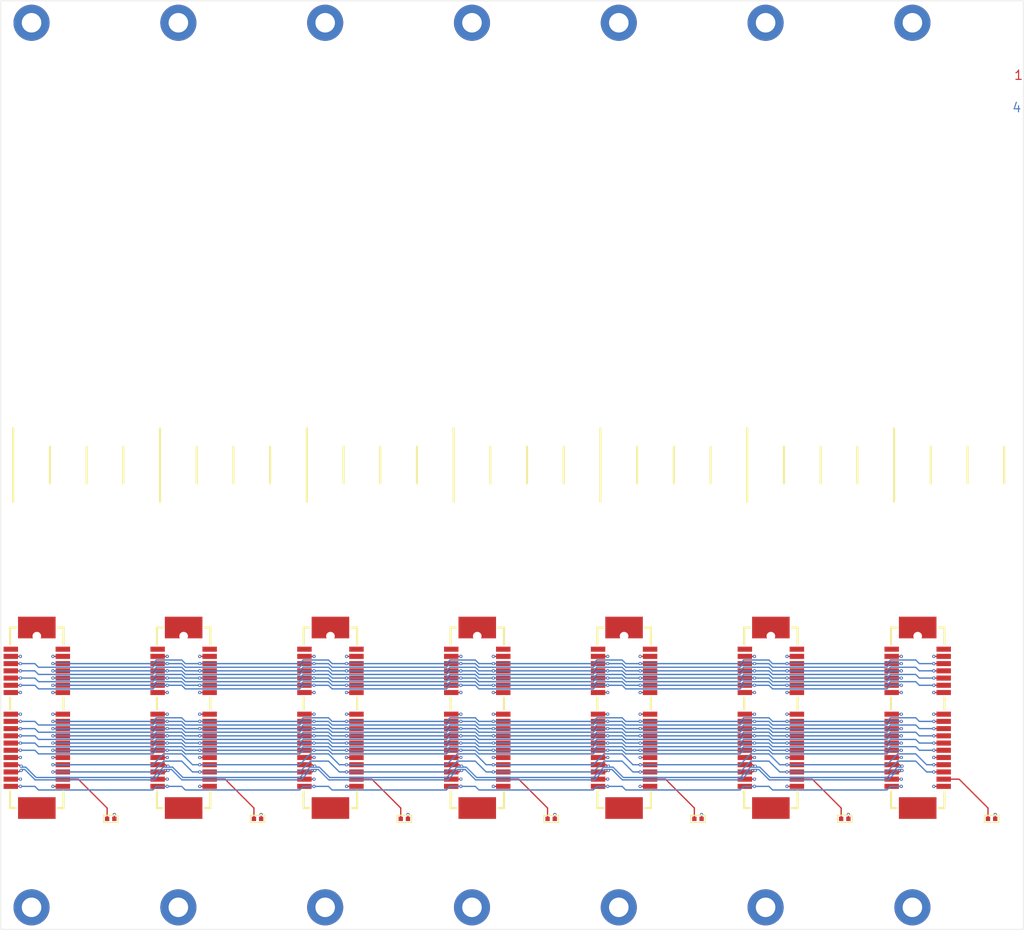
<source format=kicad_pcb>
(kicad_pcb (version 20240108) (generator "pcbnew") (generator_version "8.0")
  (layers (0 "F.Cu" signal "Top Layer") (1 "In1.Cu" signal "Signal Layer 1") (2 "In2.Cu" signal "Signal Layer 2") (31 "B.Cu" signal "Bottom Layer") (34 "B.Paste" user "Bottom Paste") (35 "F.Paste" user "Top Paste") (36 "B.SilkS" user "Bottom Overlay") (37 "F.SilkS" user "Top Overlay") (38 "B.Mask" user "Bottom Solder") (39 "F.Mask" user "Top Solder") (44 "Edge.Cuts" user))
  (net 0 "")
  (net 1 "ADDR_SLOT1")
  (net 2 "ADDR_SLOT2")
  (net 3 "ADDR_SLOT3")
  (net 4 "ADDR_SLOT4")
  (net 5 "USB_D_N")
  (net 6 "USB_D_P")
  (net 7 "GND")
  (net 8 "VTREF")
  (net 9 "TRACECLK")
  (net 10 "TRACED0")
  (net 11 "TRACED1")
  (net 12 "TRACED2")
  (net 13 "TRACED3")
  (net 14 "GPIO4")
  (net 15 "GPIO5")
  (net 16 "GPIO6")
  (net 17 "GPIO7")
  (net 18 "MGMT_SDA")
  (net 19 "MGMT_SCL")
  (net 20 "JTMS")
  (net 21 "JTCK")
  (net 22 "JTDO")
  (net 23 "JTDI")
  (net 24 "NRST")
  (net 25 "GPIO0")
  (net 26 "GPIO1")
  (net 27 "GPIO2")
  (net 28 "GPIO3")
  (net 29 "V5")
  (net 30 "ADDR_SLOT5")
  (net 31 "ADDR_SLOT6")
  (net 32 "ADDR_SLOT7")
  (footprint "" (layer "F.Cu") (at 142.951085 166.253595)
    (property "Reference" "")
    (property "Value" "")
  )
  (footprint "misc.IntLib:PCIE_X1_SMT" (layer "F.Cu") (at 164.001105 138.003595 90)
    (property "Reference" "P1_SLOT5" (hide yes))
    (property "Value" "PCIE_X1" (hide yes))
  )
  (footprint "" (layer "F.Cu") (at 81.991085 166.253595)
    (property "Reference" "")
    (property "Value" "")
  )
  (footprint "" (layer "F.Cu") (at 122.631085 43.753605)
    (property "Reference" "")
    (property "Value" "")
  )
  (footprint "misc.IntLib:PCIE_X1_SMT" (layer "F.Cu") (at 184.321105 138.003595 90)
    (property "Reference" "P1_SLOT6" (hide yes))
    (property "Value" "PCIE_X1" (hide yes))
  )
  (footprint "" (layer "F.Cu") (at 183.591085 166.253595)
    (property "Reference" "")
    (property "Value" "")
  )
  (footprint "misc.IntLib:PCIE_X1_SMT" (layer "F.Cu") (at 82.721105 138.003595 90)
    (property "Reference" "P1_SLOT1" (hide yes))
    (property "Value" "PCIE_X1" (hide yes))
  )
  (footprint "misc.IntLib:PCIE_X1_SMT" (layer "F.Cu") (at 204.641105 138.003595 90)
    (property "Reference" "P1_SLOT7" (hide yes))
    (property "Value" "PCIE_X1" (hide yes))
  )
  (footprint "" (layer "F.Cu") (at 122.631085 166.253595)
    (property "Reference" "")
    (property "Value" "")
  )
  (footprint "" (layer "F.Cu") (at 102.311085 166.253595)
    (property "Reference" "")
    (property "Value" "")
  )
  (footprint "misc.IntLib:PCIE_X1_SMT" (layer "F.Cu") (at 103.041105 138.003595 90)
    (property "Reference" "P1_SLOT2" (hide yes))
    (property "Value" "PCIE_X1" (hide yes))
  )
  (footprint "misc.IntLib:0402" (layer "F.Cu") (at 92.951105 154.003595 180)
    (property "Reference" "R1_SLOT1" (hide yes))
    (property "Value" "487" (hide yes))
  )
  (footprint "" (layer "F.Cu") (at 102.311085 43.753605)
    (property "Reference" "")
    (property "Value" "")
  )
  (footprint "" (layer "F.Cu") (at 203.911085 43.753605)
    (property "Reference" "")
    (property "Value" "")
  )
  (footprint "" (layer "F.Cu") (at 163.271085 43.753605)
    (property "Reference" "")
    (property "Value" "")
  )
  (footprint "" (layer "F.Cu") (at 81.991085 43.753605)
    (property "Reference" "")
    (property "Value" "")
  )
  (footprint "misc.IntLib:0402" (layer "F.Cu") (at 113.271105 154.003595 180)
    (property "Reference" "R1_SLOT2" (hide yes))
    (property "Value" "845" (hide yes))
  )
  (footprint "misc.IntLib:0402" (layer "F.Cu") (at 194.551105 154.003595 180)
    (property "Reference" "R1_SLOT6" (hide yes))
    (property "Value" "2.55k" (hide yes))
  )
  (footprint "" (layer "F.Cu") (at 163.271085 166.253595)
    (property "Reference" "")
    (property "Value" "")
  )
  (footprint "" (layer "F.Cu") (at 203.911085 166.253595)
    (property "Reference" "")
    (property "Value" "")
  )
  (footprint "misc.IntLib:0402" (layer "F.Cu") (at 153.911105 154.003595 180)
    (property "Reference" "R1_SLOT4" (hide yes))
    (property "Value" "1.65k" (hide yes))
  )
  (footprint "misc.IntLib:PCIE_X1_SMT" (layer "F.Cu") (at 123.361105 138.003595 90)
    (property "Reference" "P1_SLOT3" (hide yes))
    (property "Value" "PCIE_X1" (hide yes))
  )
  (footprint "" (layer "F.Cu") (at 183.591085 43.753605)
    (property "Reference" "")
    (property "Value" "")
  )
  (footprint "misc.IntLib:0402" (layer "F.Cu") (at 133.591105 154.003595 180)
    (property "Reference" "R1_SLOT3" (hide yes))
    (property "Value" "1.24k" (hide yes))
  )
  (footprint "" (layer "F.Cu") (at 142.951085 43.753605)
    (property "Reference" "")
    (property "Value" "")
  )
  (footprint "misc.IntLib:0402" (layer "F.Cu") (at 214.871105 154.003595 180)
    (property "Reference" "R1_SLOT7" (hide yes))
    (property "Value" "3.09k" (hide yes))
  )
  (footprint "misc.IntLib:PCIE_X1_SMT" (layer "F.Cu") (at 143.681105 138.003595 90)
    (property "Reference" "P1_SLOT4" (hide yes))
    (property "Value" "PCIE_X1" (hide yes))
  )
  (footprint "misc.IntLib:0402" (layer "F.Cu") (at 174.231105 154.003595 180)
    (property "Reference" "R1_SLOT5" (hide yes))
    (property "Value" "2.10k" (hide yes))
  )
  (gr_line (start 84.531085 107.543575) (end 84.531085 102.463575) (stroke (width 0.3)) (layer "F.SilkS"))
  (gr_line (start 125.171085 107.543575) (end 125.171085 102.463575) (stroke (width 0.3)) (layer "F.SilkS"))
  (gr_line (start 201.371085 110.083575) (end 201.371085 99.923575) (stroke (width 0.3)) (layer "F.SilkS"))
  (gr_line (start 104.851085 107.543575) (end 104.851085 102.463575) (stroke (width 0.3)) (layer "F.SilkS"))
  (gr_line (start 191.211085 107.543575) (end 191.211085 102.463575) (stroke (width 0.3)) (layer "F.SilkS"))
  (gr_line (start 135.331085 107.543575) (end 135.331085 102.463575) (stroke (width 0.3)) (layer "F.SilkS"))
  (gr_line (start 186.131085 107.543575) (end 186.131085 102.463575) (stroke (width 0.3)) (layer "F.SilkS"))
  (gr_line (start 206.451085 107.543575) (end 206.451085 102.463575) (stroke (width 0.3)) (layer "F.SilkS"))
  (gr_line (start 170.891085 107.543575) (end 170.891085 102.463575) (stroke (width 0.3)) (layer "F.SilkS"))
  (gr_line (start 196.291085 107.543575) (end 196.291085 102.463575) (stroke (width 0.3)) (layer "F.SilkS"))
  (gr_line (start 165.811085 107.543575) (end 165.811085 102.463575) (stroke (width 0.3)) (layer "F.SilkS"))
  (gr_line (start 109.931085 107.543575) (end 109.931085 102.463575) (stroke (width 0.3)) (layer "F.SilkS"))
  (gr_line (start 99.771085 110.083575) (end 99.771085 99.923575) (stroke (width 0.3)) (layer "F.SilkS"))
  (gr_line (start 175.971085 107.543575) (end 175.971085 102.463575) (stroke (width 0.3)) (layer "F.SilkS"))
  (gr_line (start 89.611085 107.543575) (end 89.611085 102.463575) (stroke (width 0.3)) (layer "F.SilkS"))
  (gr_line (start 115.011085 107.543575) (end 115.011085 102.463575) (stroke (width 0.3)) (layer "F.SilkS"))
  (gr_line (start 130.251085 107.543575) (end 130.251085 102.463575) (stroke (width 0.3)) (layer "F.SilkS"))
  (gr_line (start 150.571085 107.543575) (end 150.571085 102.463575) (stroke (width 0.3)) (layer "F.SilkS"))
  (gr_line (start 211.531085 107.543575) (end 211.531085 102.463575) (stroke (width 0.3)) (layer "F.SilkS"))
  (gr_line (start 120.091085 110.083575) (end 120.091085 99.923575) (stroke (width 0.3)) (layer "F.SilkS"))
  (gr_line (start 145.491085 107.543575) (end 145.491085 102.463575) (stroke (width 0.3)) (layer "F.SilkS"))
  (gr_line (start 160.731085 110.083575) (end 160.731085 99.923575) (stroke (width 0.3)) (layer "F.SilkS"))
  (gr_line (start 216.611085 107.543575) (end 216.611085 102.463575) (stroke (width 0.3)) (layer "F.SilkS"))
  (gr_line (start 140.411085 110.083575) (end 140.411085 99.923575) (stroke (width 0.3)) (layer "F.SilkS"))
  (gr_line (start 181.051085 110.083575) (end 181.051085 99.923575) (stroke (width 0.3)) (layer "F.SilkS"))
  (gr_line (start 94.691085 107.543575) (end 94.691085 102.463575) (stroke (width 0.3)) (layer "F.SilkS"))
  (gr_line (start 79.451085 110.083575) (end 79.451085 99.923575) (stroke (width 0.3)) (layer "F.SilkS"))
  (gr_line (start 155.651085 107.543575) (end 155.651085 102.463575) (stroke (width 0.3)) (layer "F.SilkS"))
  (gr_line (start 77.751105 169.278595) (end 219.251105 169.278605) (stroke (width 0.05)) (layer "Edge.Cuts"))
  (gr_line (start 219.251105 169.278605) (end 219.251085 40.728615) (stroke (width 0.05)) (layer "Edge.Cuts"))
  (gr_line (start 219.251085 40.728615) (end 77.751095 40.728595) (stroke (width 0.05)) (layer "Edge.Cuts"))
  (gr_line (start 77.751095 40.728595) (end 77.751105 169.278595) (stroke (width 0.05)) (layer "Edge.Cuts"))
  (gr_text "1" (at 217.901105 51.753595 360) (layer "F.Cu") (effects (font (size 1.27 1.27) (thickness 0.1524)) (justify left bottom)))
  (gr_text "4" (at 217.651105 56.253595 360) (layer "B.Cu") (effects (font (size 1.27 1.27) (thickness 0.1524)) (justify left bottom)))
  (segment (start 86.321125 148.503615) (end 88.451125 148.503615) (width 0.1778) (layer "F.Cu") (net 1))
  (segment (start 88.451125 148.503615) (end 92.451105 152.503605) (width 0.1778) (layer "F.Cu") (net 1))
  (segment (start 92.451105 154.003575) (end 92.451105 152.503605) (width 0.1778) (layer "F.Cu") (net 1))
  (segment (start 108.771125 148.503615) (end 112.771105 152.503605) (width 0.1778) (layer "F.Cu") (net 2))
  (segment (start 106.641125 148.503615) (end 108.771125 148.503615) (width 0.1778) (layer "F.Cu") (net 2))
  (segment (start 112.771105 154.003575) (end 112.771105 152.503605) (width 0.1778) (layer "F.Cu") (net 2))
  (segment (start 129.091125 148.503615) (end 133.091105 152.503605) (width 0.1778) (layer "F.Cu") (net 3))
  (segment (start 126.961125 148.503615) (end 129.091125 148.503615) (width 0.1778) (layer "F.Cu") (net 3))
  (segment (start 133.091105 154.003575) (end 133.091105 152.503605) (width 0.1778) (layer "F.Cu") (net 3))
  (segment (start 147.281125 148.503615) (end 149.411125 148.503615) (width 0.1778) (layer "F.Cu") (net 4))
  (segment (start 149.411125 148.503615) (end 153.411105 152.503605) (width 0.1778) (layer "F.Cu") (net 4))
  (segment (start 153.411105 154.003575) (end 153.411105 152.503605) (width 0.1778) (layer "F.Cu") (net 4))
  (segment (start 119.761085 146.503615) (end 120.849985 146.503615) (width 0.1778) (layer "F.Cu") (net 5))
  (segment (start 121.048765 146.702395) (end 121.191105 146.702395) (width 0.1778) (layer "F.Cu") (net 5))
  (segment (start 140.081085 146.503615) (end 141.169985 146.503615) (width 0.1778) (layer "F.Cu") (net 5))
  (segment (start 202.328765 146.702395) (end 202.471105 146.702395) (width 0.1778) (layer "F.Cu") (net 5))
  (segment (start 100.529985 146.503615) (end 100.728765 146.702395) (width 0.1778) (layer "F.Cu") (net 5))
  (segment (start 80.209985 146.503615) (end 80.408765 146.702395) (width 0.1778) (layer "F.Cu") (net 5))
  (segment (start 141.169985 146.503615) (end 141.368765 146.702395) (width 0.1778) (layer "F.Cu") (net 5))
  (segment (start 100.728765 146.702395) (end 100.871105 146.702395) (width 0.1778) (layer "F.Cu") (net 5))
  (segment (start 80.408765 146.702395) (end 80.551105 146.702395) (width 0.1778) (layer "F.Cu") (net 5))
  (segment (start 182.008765 146.702395) (end 182.151105 146.702395) (width 0.1778) (layer "F.Cu") (net 5))
  (segment (start 161.688765 146.702395) (end 161.831105 146.702395) (width 0.1778) (layer "F.Cu") (net 5))
  (segment (start 160.401085 146.503615) (end 161.489985 146.503615) (width 0.1778) (layer "F.Cu") (net 5))
  (segment (start 120.849985 146.503615) (end 121.048765 146.702395) (width 0.1778) (layer "F.Cu") (net 5))
  (segment (start 181.809985 146.503615) (end 182.008765 146.702395) (width 0.1778) (layer "F.Cu") (net 5))
  (segment (start 141.368765 146.702395) (end 141.511105 146.702395) (width 0.1778) (layer "F.Cu") (net 5))
  (segment (start 79.121085 146.503615) (end 80.209985 146.503615) (width 0.1778) (layer "F.Cu") (net 5))
  (segment (start 161.489985 146.503615) (end 161.688765 146.702395) (width 0.1778) (layer "F.Cu") (net 5))
  (segment (start 99.441085 146.503615) (end 100.529985 146.503615) (width 0.1778) (layer "F.Cu") (net 5))
  (segment (start 180.721085 146.503615) (end 181.809985 146.503615) (width 0.1778) (layer "F.Cu") (net 5))
  (segment (start 202.129985 146.503615) (end 202.328765 146.702395) (width 0.1778) (layer "F.Cu") (net 5))
  (segment (start 201.041085 146.503615) (end 202.129985 146.503615) (width 0.1778) (layer "F.Cu") (net 5))
  (via (at 161.831105 146.702395) (size 0.45) (drill 0.2) (layers "F.Cu" "B.Cu") (net 5))
  (via (at 141.511105 146.702395) (size 0.45) (drill 0.2) (layers "F.Cu" "B.Cu") (net 5))
  (via (at 182.151105 146.702395) (size 0.45) (drill 0.2) (layers "F.Cu" "B.Cu") (net 5))
  (via (at 80.551105 146.702395) (size 0.45) (drill 0.2) (layers "F.Cu" "B.Cu") (net 5))
  (via (at 121.191105 146.702395) (size 0.45) (drill 0.2) (layers "F.Cu" "B.Cu") (net 5))
  (via (at 202.471105 146.702395) (size 0.45) (drill 0.2) (layers "F.Cu" "B.Cu") (net 5))
  (via (at 100.871105 146.702395) (size 0.45) (drill 0.2) (layers "F.Cu" "B.Cu") (net 5))
  (segment (start 201.834325 146.838495) (end 202.335015 146.838495) (width 0.1778) (layer "B.Cu") (net 5))
  (segment (start 98.799435 148.273385) (end 100.234325 146.838495) (width 0.1778) (layer "B.Cu") (net 5))
  (segment (start 100.735015 146.838495) (end 100.871105 146.702395) (width 0.1778) (layer "B.Cu") (net 5))
  (segment (start 142.147885 146.838495) (end 143.582785 148.273385) (width 0.1778) (layer "B.Cu") (net 5))
  (segment (start 101.507885 146.838495) (end 102.942785 148.273385) (width 0.1778) (layer "B.Cu") (net 5))
  (segment (start 80.551105 146.702395) (end 80.687195 146.838495) (width 0.1778) (layer "B.Cu") (net 5))
  (segment (start 182.787885 146.838495) (end 184.222785 148.273385) (width 0.1778) (layer "B.Cu") (net 5))
  (segment (start 163.902785 148.273385) (end 180.079435 148.273385) (width 0.1778) (layer "B.Cu") (net 5))
  (segment (start 161.831105 146.702395) (end 161.967195 146.838495) (width 0.1778) (layer "B.Cu") (net 5))
  (segment (start 161.967195 146.838495) (end 162.467885 146.838495) (width 0.1778) (layer "B.Cu") (net 5))
  (segment (start 143.582785 148.273385) (end 159.759435 148.273385) (width 0.1778) (layer "B.Cu") (net 5))
  (segment (start 184.222785 148.273385) (end 200.399435 148.273385) (width 0.1778) (layer "B.Cu") (net 5))
  (segment (start 120.554325 146.838495) (end 121.055015 146.838495) (width 0.1778) (layer "B.Cu") (net 5))
  (segment (start 100.234325 146.838495) (end 100.735015 146.838495) (width 0.1778) (layer "B.Cu") (net 5))
  (segment (start 159.759435 148.273385) (end 161.194325 146.838495) (width 0.1778) (layer "B.Cu") (net 5))
  (segment (start 80.687195 146.838495) (end 81.187885 146.838495) (width 0.1778) (layer "B.Cu") (net 5))
  (segment (start 182.151105 146.702395) (end 182.287195 146.838495) (width 0.1778) (layer "B.Cu") (net 5))
  (segment (start 81.187885 146.838495) (end 82.622785 148.273385) (width 0.1778) (layer "B.Cu") (net 5))
  (segment (start 121.827885 146.838495) (end 123.262785 148.273385) (width 0.1778) (layer "B.Cu") (net 5))
  (segment (start 181.514325 146.838495) (end 182.015015 146.838495) (width 0.1778) (layer "B.Cu") (net 5))
  (segment (start 82.622785 148.273385) (end 98.799435 148.273385) (width 0.1778) (layer "B.Cu") (net 5))
  (segment (start 102.942785 148.273385) (end 119.119435 148.273385) (width 0.1778) (layer "B.Cu") (net 5))
  (segment (start 141.375015 146.838495) (end 141.511105 146.702395) (width 0.1778) (layer "B.Cu") (net 5))
  (segment (start 202.335015 146.838495) (end 202.471105 146.702395) (width 0.1778) (layer "B.Cu") (net 5))
  (segment (start 162.467885 146.838495) (end 163.902785 148.273385) (width 0.1778) (layer "B.Cu") (net 5))
  (segment (start 139.439435 148.273385) (end 140.874325 146.838495) (width 0.1778) (layer "B.Cu") (net 5))
  (segment (start 101.007195 146.838495) (end 101.507885 146.838495) (width 0.1778) (layer "B.Cu") (net 5))
  (segment (start 182.287195 146.838495) (end 182.787885 146.838495) (width 0.1778) (layer "B.Cu") (net 5))
  (segment (start 180.079435 148.273385) (end 181.514325 146.838495) (width 0.1778) (layer "B.Cu") (net 5))
  (segment (start 200.399435 148.273385) (end 201.834325 146.838495) (width 0.1778) (layer "B.Cu") (net 5))
  (segment (start 100.871105 146.702395) (end 101.007195 146.838495) (width 0.1778) (layer "B.Cu") (net 5))
  (segment (start 119.119435 148.273385) (end 120.554325 146.838495) (width 0.1778) (layer "B.Cu") (net 5))
  (segment (start 161.695015 146.838495) (end 161.831105 146.702395) (width 0.1778) (layer "B.Cu") (net 5))
  (segment (start 123.262785 148.273385) (end 139.439435 148.273385) (width 0.1778) (layer "B.Cu") (net 5))
  (segment (start 182.015015 146.838495) (end 182.151105 146.702395) (width 0.1778) (layer "B.Cu") (net 5))
  (segment (start 161.194325 146.838495) (end 161.695015 146.838495) (width 0.1778) (layer "B.Cu") (net 5))
  (segment (start 121.191105 146.702395) (end 121.327195 146.838495) (width 0.1778) (layer "B.Cu") (net 5))
  (segment (start 121.055015 146.838495) (end 121.191105 146.702395) (width 0.1778) (layer "B.Cu") (net 5))
  (segment (start 141.647195 146.838495) (end 142.147885 146.838495) (width 0.1778) (layer "B.Cu") (net 5))
  (segment (start 141.511105 146.702395) (end 141.647195 146.838495) (width 0.1778) (layer "B.Cu") (net 5))
  (segment (start 140.874325 146.838495) (end 141.375015 146.838495) (width 0.1778) (layer "B.Cu") (net 5))
  (segment (start 121.327195 146.838495) (end 121.827885 146.838495) (width 0.1778) (layer "B.Cu") (net 5))
  (segment (start 161.688815 147.304785) (end 161.831105 147.304785) (width 0.1778) (layer "F.Cu") (net 6))
  (segment (start 161.489985 147.503615) (end 161.688815 147.304785) (width 0.1778) (layer "F.Cu") (net 6))
  (segment (start 202.129985 147.503615) (end 202.328815 147.304785) (width 0.1778) (layer "F.Cu") (net 6))
  (segment (start 100.529985 147.503615) (end 100.728815 147.304785) (width 0.1778) (layer "F.Cu") (net 6))
  (segment (start 202.328815 147.304785) (end 202.471105 147.304785) (width 0.1778) (layer "F.Cu") (net 6))
  (segment (start 79.121085 147.503615) (end 80.209985 147.503615) (width 0.1778) (layer "F.Cu") (net 6))
  (segment (start 119.761085 147.503615) (end 120.849985 147.503615) (width 0.1778) (layer "F.Cu") (net 6))
  (segment (start 140.081085 147.503615) (end 141.169985 147.503615) (width 0.1778) (layer "F.Cu") (net 6))
  (segment (start 99.441085 147.503615) (end 100.529985 147.503615) (width 0.1778) (layer "F.Cu") (net 6))
  (segment (start 180.721085 147.503615) (end 181.809985 147.503615) (width 0.1778) (layer "F.Cu") (net 6))
  (segment (start 141.169985 147.503615) (end 141.368815 147.304785) (width 0.1778) (layer "F.Cu") (net 6))
  (segment (start 120.849985 147.503615) (end 121.048815 147.304785) (width 0.1778) (layer "F.Cu") (net 6))
  (segment (start 201.041085 147.503615) (end 202.129985 147.503615) (width 0.1778) (layer "F.Cu") (net 6))
  (segment (start 141.368815 147.304785) (end 141.511105 147.304785) (width 0.1778) (layer "F.Cu") (net 6))
  (segment (start 182.008815 147.304785) (end 182.151105 147.304785) (width 0.1778) (layer "F.Cu") (net 6))
  (segment (start 100.728815 147.304785) (end 100.871105 147.304785) (width 0.1778) (layer "F.Cu") (net 6))
  (segment (start 121.048815 147.304785) (end 121.191105 147.304785) (width 0.1778) (layer "F.Cu") (net 6))
  (segment (start 160.401085 147.503615) (end 161.489985 147.503615) (width 0.1778) (layer "F.Cu") (net 6))
  (segment (start 181.809985 147.503615) (end 182.008815 147.304785) (width 0.1778) (layer "F.Cu") (net 6))
  (segment (start 80.209985 147.503615) (end 80.408815 147.304785) (width 0.1778) (layer "F.Cu") (net 6))
  (segment (start 80.408815 147.304785) (end 80.551105 147.304785) (width 0.1778) (layer "F.Cu") (net 6))
  (via (at 121.191105 147.304785) (size 0.45) (drill 0.2) (layers "F.Cu" "B.Cu") (net 6))
  (via (at 141.511105 147.304785) (size 0.45) (drill 0.2) (layers "F.Cu" "B.Cu") (net 6))
  (via (at 182.151105 147.304785) (size 0.45) (drill 0.2) (layers "F.Cu" "B.Cu") (net 6))
  (via (at 202.471105 147.304785) (size 0.45) (drill 0.2) (layers "F.Cu" "B.Cu") (net 6))
  (via (at 161.831105 147.304785) (size 0.45) (drill 0.2) (layers "F.Cu" "B.Cu") (net 6))
  (via (at 100.871105 147.304785) (size 0.45) (drill 0.2) (layers "F.Cu" "B.Cu") (net 6))
  (via (at 80.551105 147.304785) (size 0.45) (drill 0.2) (layers "F.Cu" "B.Cu") (net 6))
  (segment (start 181.651135 147.168695) (end 182.015015 147.168695) (width 0.1778) (layer "B.Cu") (net 6))
  (segment (start 81.051125 147.168695) (end 82.485975 148.603585) (width 0.1778) (layer "B.Cu") (net 6))
  (segment (start 121.327195 147.168695) (end 121.691125 147.168695) (width 0.1778) (layer "B.Cu") (net 6))
  (segment (start 80.551105 147.304785) (end 80.687195 147.168695) (width 0.1778) (layer "B.Cu") (net 6))
  (segment (start 98.936235 148.603585) (end 100.371135 147.168695) (width 0.1778) (layer "B.Cu") (net 6))
  (segment (start 102.805975 148.603585) (end 119.256235 148.603585) (width 0.1778) (layer "B.Cu") (net 6))
  (segment (start 161.831105 147.304785) (end 161.967195 147.168695) (width 0.1778) (layer "B.Cu") (net 6))
  (segment (start 143.445975 148.603585) (end 159.896235 148.603585) (width 0.1778) (layer "B.Cu") (net 6))
  (segment (start 142.011125 147.168695) (end 143.445975 148.603585) (width 0.1778) (layer "B.Cu") (net 6))
  (segment (start 121.191105 147.304785) (end 121.327195 147.168695) (width 0.1778) (layer "B.Cu") (net 6))
  (segment (start 141.375015 147.168695) (end 141.511105 147.304785) (width 0.1778) (layer "B.Cu") (net 6))
  (segment (start 119.256235 148.603585) (end 120.691135 147.168695) (width 0.1778) (layer "B.Cu") (net 6))
  (segment (start 100.371135 147.168695) (end 100.735015 147.168695) (width 0.1778) (layer "B.Cu") (net 6))
  (segment (start 200.536235 148.603585) (end 201.971135 147.168695) (width 0.1778) (layer "B.Cu") (net 6))
  (segment (start 82.485975 148.603585) (end 98.936235 148.603585) (width 0.1778) (layer "B.Cu") (net 6))
  (segment (start 121.691125 147.168695) (end 123.125975 148.603585) (width 0.1778) (layer "B.Cu") (net 6))
  (segment (start 141.647195 147.168695) (end 142.011125 147.168695) (width 0.1778) (layer "B.Cu") (net 6))
  (segment (start 184.085975 148.603585) (end 200.536235 148.603585) (width 0.1778) (layer "B.Cu") (net 6))
  (segment (start 182.015015 147.168695) (end 182.151105 147.304785) (width 0.1778) (layer "B.Cu") (net 6))
  (segment (start 161.695015 147.168695) (end 161.831105 147.304785) (width 0.1778) (layer "B.Cu") (net 6))
  (segment (start 120.691135 147.168695) (end 121.055015 147.168695) (width 0.1778) (layer "B.Cu") (net 6))
  (segment (start 100.871105 147.304785) (end 101.007195 147.168695) (width 0.1778) (layer "B.Cu") (net 6))
  (segment (start 159.896235 148.603585) (end 161.331135 147.168695) (width 0.1778) (layer "B.Cu") (net 6))
  (segment (start 123.125975 148.603585) (end 139.576235 148.603585) (width 0.1778) (layer "B.Cu") (net 6))
  (segment (start 201.971135 147.168695) (end 202.335015 147.168695) (width 0.1778) (layer "B.Cu") (net 6))
  (segment (start 180.216235 148.603585) (end 181.651135 147.168695) (width 0.1778) (layer "B.Cu") (net 6))
  (segment (start 182.287195 147.168695) (end 182.651125 147.168695) (width 0.1778) (layer "B.Cu") (net 6))
  (segment (start 162.331125 147.168695) (end 163.765975 148.603585) (width 0.1778) (layer "B.Cu") (net 6))
  (segment (start 202.335015 147.168695) (end 202.471105 147.304785) (width 0.1778) (layer "B.Cu") (net 6))
  (segment (start 182.151105 147.304785) (end 182.287195 147.168695) (width 0.1778) (layer "B.Cu") (net 6))
  (segment (start 139.576235 148.603585) (end 141.011135 147.168695) (width 0.1778) (layer "B.Cu") (net 6))
  (segment (start 121.055015 147.168695) (end 121.191105 147.304785) (width 0.1778) (layer "B.Cu") (net 6))
  (segment (start 141.011135 147.168695) (end 141.375015 147.168695) (width 0.1778) (layer "B.Cu") (net 6))
  (segment (start 101.371125 147.168695) (end 102.805975 148.603585) (width 0.1778) (layer "B.Cu") (net 6))
  (segment (start 182.651125 147.168695) (end 184.085975 148.603585) (width 0.1778) (layer "B.Cu") (net 6))
  (segment (start 161.331135 147.168695) (end 161.695015 147.168695) (width 0.1778) (layer "B.Cu") (net 6))
  (segment (start 161.967195 147.168695) (end 162.331125 147.168695) (width 0.1778) (layer "B.Cu") (net 6))
  (segment (start 141.511105 147.304785) (end 141.647195 147.168695) (width 0.1778) (layer "B.Cu") (net 6))
  (segment (start 101.007195 147.168695) (end 101.371125 147.168695) (width 0.1778) (layer "B.Cu") (net 6))
  (segment (start 163.765975 148.603585) (end 180.216235 148.603585) (width 0.1778) (layer "B.Cu") (net 6))
  (segment (start 100.735015 147.168695) (end 100.871105 147.304785) (width 0.1778) (layer "B.Cu") (net 6))
  (segment (start 80.687195 147.168695) (end 81.051125 147.168695) (width 0.1778) (layer "B.Cu") (net 6))
  (segment (start 99.441085 145.503615) (end 100.771135 145.503615) (width 0.1778) (layer "F.Cu") (net 7))
  (segment (start 160.401085 131.503595) (end 161.731135 131.503595) (width 0.1778) (layer "F.Cu") (net 7))
  (segment (start 105.271095 139.503585) (end 106.641125 139.503585) (width 0.1778) (layer "F.Cu") (net 7))
  (segment (start 93.451105 154.003575) (end 93.451105 153.403575) (width 0.1778) (layer "F.Cu") (net 7))
  (segment (start 79.121085 131.503595) (end 80.451135 131.503595) (width 0.1778) (layer "F.Cu") (net 7))
  (segment (start 119.761085 145.503615) (end 121.091135 145.503615) (width 0.1778) (layer "F.Cu") (net 7))
  (segment (start 79.121085 139.503585) (end 80.451135 139.503585) (width 0.1778) (layer "F.Cu") (net 7))
  (segment (start 125.591095 131.503595) (end 126.961125 131.503595) (width 0.1778) (layer "F.Cu") (net 7))
  (segment (start 160.401085 145.503615) (end 161.731135 145.503615) (width 0.1778) (layer "F.Cu") (net 7))
  (segment (start 215.371105 154.003575) (end 215.371105 153.403575) (width 0.1778) (layer "F.Cu") (net 7))
  (segment (start 145.911095 145.503615) (end 147.281125 145.503615) (width 0.1778) (layer "F.Cu") (net 7))
  (segment (start 84.951095 131.503595) (end 86.321125 131.503595) (width 0.1778) (layer "F.Cu") (net 7))
  (segment (start 166.231095 136.503585) (end 167.601125 136.503585) (width 0.1778) (layer "F.Cu") (net 7))
  (segment (start 134.091105 154.003575) (end 134.091105 153.403575) (width 0.1778) (layer "F.Cu") (net 7))
  (segment (start 166.231095 145.503615) (end 167.601125 145.503615) (width 0.1778) (layer "F.Cu") (net 7))
  (segment (start 186.551095 136.503585) (end 187.921125 136.503585) (width 0.1778) (layer "F.Cu") (net 7))
  (segment (start 180.721085 148.503615) (end 182.051135 148.503615) (width 0.1778) (layer "F.Cu") (net 7))
  (segment (start 125.591095 136.503585) (end 126.961125 136.503585) (width 0.1778) (layer "F.Cu") (net 7))
  (segment (start 119.761085 131.503595) (end 121.091135 131.503595) (width 0.1778) (layer "F.Cu") (net 7))
  (segment (start 145.911095 136.503585) (end 147.281125 136.503585) (width 0.1778) (layer "F.Cu") (net 7))
  (segment (start 166.231095 139.503585) (end 167.601125 139.503585) (width 0.1778) (layer "F.Cu") (net 7))
  (segment (start 140.081085 145.503615) (end 141.411135 145.503615) (width 0.1778) (layer "F.Cu") (net 7))
  (segment (start 186.551095 139.503585) (end 187.921125 139.503585) (width 0.1778) (layer "F.Cu") (net 7))
  (segment (start 140.081085 131.503595) (end 141.411135 131.503595) (width 0.1778) (layer "F.Cu") (net 7))
  (segment (start 160.401085 139.503585) (end 161.731135 139.503585) (width 0.1778) (layer "F.Cu") (net 7))
  (segment (start 119.761085 148.503615) (end 121.091135 148.503615) (width 0.1778) (layer "F.Cu") (net 7))
  (segment (start 79.121085 145.503615) (end 80.451135 145.503615) (width 0.1778) (layer "F.Cu") (net 7))
  (segment (start 140.081085 136.503585) (end 141.411135 136.503585) (width 0.1778) (layer "F.Cu") (net 7))
  (segment (start 99.441085 148.503615) (end 100.771135 148.503615) (width 0.1778) (layer "F.Cu") (net 7))
  (segment (start 180.721085 139.503585) (end 182.051135 139.503585) (width 0.1778) (layer "F.Cu") (net 7))
  (segment (start 125.591095 145.503615) (end 126.961125 145.503615) (width 0.1778) (layer "F.Cu") (net 7))
  (segment (start 160.401085 136.503585) (end 161.731135 136.503585) (width 0.1778) (layer "F.Cu") (net 7))
  (segment (start 186.551095 145.503615) (end 187.921125 145.503615) (width 0.1778) (layer "F.Cu") (net 7))
  (segment (start 79.121085 136.503585) (end 80.451135 136.503585) (width 0.1778) (layer "F.Cu") (net 7))
  (segment (start 105.271095 136.503585) (end 106.641125 136.503585) (width 0.1778) (layer "F.Cu") (net 7))
  (segment (start 206.871095 131.503595) (end 208.241125 131.503595) (width 0.1778) (layer "F.Cu") (net 7))
  (segment (start 166.231095 131.503595) (end 167.601125 131.503595) (width 0.1778) (layer "F.Cu") (net 7))
  (segment (start 79.121085 148.503615) (end 80.451135 148.503615) (width 0.1778) (layer "F.Cu") (net 7))
  (segment (start 113.771105 154.003575) (end 113.771105 153.403575) (width 0.1778) (layer "F.Cu") (net 7))
  (segment (start 160.401085 148.503615) (end 161.731135 148.503615) (width 0.1778) (layer "F.Cu") (net 7))
  (segment (start 125.591095 139.503585) (end 126.961125 139.503585) (width 0.1778) (layer "F.Cu") (net 7))
  (segment (start 99.441085 136.503585) (end 100.771135 136.503585) (width 0.1778) (layer "F.Cu") (net 7))
  (segment (start 145.911095 131.503595) (end 147.281125 131.503595) (width 0.1778) (layer "F.Cu") (net 7))
  (segment (start 119.761085 139.503585) (end 121.091135 139.503585) (width 0.1778) (layer "F.Cu") (net 7))
  (segment (start 206.871095 145.503615) (end 208.241125 145.503615) (width 0.1778) (layer "F.Cu") (net 7))
  (segment (start 119.761085 136.503585) (end 121.091135 136.503585) (width 0.1778) (layer "F.Cu") (net 7))
  (segment (start 201.041085 136.503585) (end 202.371135 136.503585) (width 0.1778) (layer "F.Cu") (net 7))
  (segment (start 99.441085 139.503585) (end 100.771135 139.503585) (width 0.1778) (layer "F.Cu") (net 7))
  (segment (start 140.081085 139.503585) (end 141.411135 139.503585) (width 0.1778) (layer "F.Cu") (net 7))
  (segment (start 201.041085 148.503615) (end 202.371135 148.503615) (width 0.1778) (layer "F.Cu") (net 7))
  (segment (start 180.721085 145.503615) (end 182.051135 145.503615) (width 0.1778) (layer "F.Cu") (net 7))
  (segment (start 84.951095 136.503585) (end 86.321125 136.503585) (width 0.1778) (layer "F.Cu") (net 7))
  (segment (start 206.871095 139.503585) (end 208.241125 139.503585) (width 0.1778) (layer "F.Cu") (net 7))
  (segment (start 145.911095 139.503585) (end 147.281125 139.503585) (width 0.1778) (layer "F.Cu") (net 7))
  (segment (start 201.041085 145.503615) (end 202.371135 145.503615) (width 0.1778) (layer "F.Cu") (net 7))
  (segment (start 186.551095 131.503595) (end 187.921125 131.503595) (width 0.1778) (layer "F.Cu") (net 7))
  (segment (start 154.411105 154.003575) (end 154.411105 153.403575) (width 0.1778) (layer "F.Cu") (net 7))
  (segment (start 84.951095 139.503585) (end 86.321125 139.503585) (width 0.1778) (layer "F.Cu") (net 7))
  (segment (start 99.441085 131.503595) (end 100.771135 131.503595) (width 0.1778) (layer "F.Cu") (net 7))
  (segment (start 105.271095 145.503615) (end 106.641125 145.503615) (width 0.1778) (layer "F.Cu") (net 7))
  (segment (start 105.271095 131.503595) (end 106.641125 131.503595) (width 0.1778) (layer "F.Cu") (net 7))
  (segment (start 140.081085 148.503615) (end 141.411135 148.503615) (width 0.1778) (layer "F.Cu") (net 7))
  (segment (start 174.731105 154.003575) (end 174.731105 153.403575) (width 0.1778) (layer "F.Cu") (net 7))
  (segment (start 201.041085 139.503585) (end 202.371135 139.503585) (width 0.1778) (layer "F.Cu") (net 7))
  (segment (start 180.721085 131.503595) (end 182.051135 131.503595) (width 0.1778) (layer "F.Cu") (net 7))
  (segment (start 180.721085 136.503585) (end 182.051135 136.503585) (width 0.1778) (layer "F.Cu") (net 7))
  (segment (start 195.051105 154.003575) (end 195.051105 153.403575) (width 0.1778) (layer "F.Cu") (net 7))
  (segment (start 206.871095 136.503585) (end 208.241125 136.503585) (width 0.1778) (layer "F.Cu") (net 7))
  (segment (start 201.041085 131.503595) (end 202.371135 131.503595) (width 0.1778) (layer "F.Cu") (net 7))
  (segment (start 84.951095 145.503615) (end 86.321125 145.503615) (width 0.1778) (layer "F.Cu") (net 7))
  (via (at 80.451135 145.503615) (size 0.45) (drill 0.2) (layers "F.Cu" "B.Cu") (net 7))
  (via (at 121.091135 131.503595) (size 0.45) (drill 0.2) (layers "F.Cu" "B.Cu") (net 7))
  (via (at 121.091135 136.503585) (size 0.45) (drill 0.2) (layers "F.Cu" "B.Cu") (net 7))
  (via (at 202.371135 148.503615) (size 0.45) (drill 0.2) (layers "F.Cu" "B.Cu") (net 7))
  (via (at 202.371135 145.503615) (size 0.45) (drill 0.2) (layers "F.Cu" "B.Cu") (net 7))
  (via (at 166.231095 136.503585) (size 0.45) (drill 0.2) (layers "F.Cu" "B.Cu") (net 7))
  (via (at 166.231095 131.503595) (size 0.45) (drill 0.2) (layers "F.Cu" "B.Cu") (net 7))
  (via (at 182.051135 131.503595) (size 0.45) (drill 0.2) (layers "F.Cu" "B.Cu") (net 7))
  (via (at 100.771135 145.503615) (size 0.45) (drill 0.2) (layers "F.Cu" "B.Cu") (net 7))
  (via (at 121.091135 148.503615) (size 0.45) (drill 0.2) (layers "F.Cu" "B.Cu") (net 7))
  (via (at 161.731135 139.503585) (size 0.45) (drill 0.2) (layers "F.Cu" "B.Cu") (net 7))
  (via (at 186.551095 139.503585) (size 0.45) (drill 0.2) (layers "F.Cu" "B.Cu") (net 7))
  (via (at 113.771105 153.403575) (size 0.45) (drill 0.2) (layers "F.Cu" "B.Cu") (net 7))
  (via (at 80.451135 131.503595) (size 0.45) (drill 0.2) (layers "F.Cu" "B.Cu") (net 7))
  (via (at 100.771135 136.503585) (size 0.45) (drill 0.2) (layers "F.Cu" "B.Cu") (net 7))
  (via (at 105.271095 145.503615) (size 0.45) (drill 0.2) (layers "F.Cu" "B.Cu") (net 7))
  (via (at 161.731135 148.503615) (size 0.45) (drill 0.2) (layers "F.Cu" "B.Cu") (net 7))
  (via (at 145.911095 145.503615) (size 0.45) (drill 0.2) (layers "F.Cu" "B.Cu") (net 7))
  (via (at 84.951095 139.503585) (size 0.45) (drill 0.2) (layers "F.Cu" "B.Cu") (net 7))
  (via (at 121.091135 139.503585) (size 0.45) (drill 0.2) (layers "F.Cu" "B.Cu") (net 7))
  (via (at 80.451135 139.503585) (size 0.45) (drill 0.2) (layers "F.Cu" "B.Cu") (net 7))
  (via (at 100.771135 148.503615) (size 0.45) (drill 0.2) (layers "F.Cu" "B.Cu") (net 7))
  (via (at 125.591095 136.503585) (size 0.45) (drill 0.2) (layers "F.Cu" "B.Cu") (net 7))
  (via (at 121.091135 145.503615) (size 0.45) (drill 0.2) (layers "F.Cu" "B.Cu") (net 7))
  (via (at 186.551095 145.503615) (size 0.45) (drill 0.2) (layers "F.Cu" "B.Cu") (net 7))
  (via (at 84.951095 145.503615) (size 0.45) (drill 0.2) (layers "F.Cu" "B.Cu") (net 7))
  (via (at 141.411135 131.503595) (size 0.45) (drill 0.2) (layers "F.Cu" "B.Cu") (net 7))
  (via (at 186.551095 131.503595) (size 0.45) (drill 0.2) (layers "F.Cu" "B.Cu") (net 7))
  (via (at 202.371135 139.503585) (size 0.45) (drill 0.2) (layers "F.Cu" "B.Cu") (net 7))
  (via (at 84.951095 136.503585) (size 0.45) (drill 0.2) (layers "F.Cu" "B.Cu") (net 7))
  (via (at 161.731135 136.503585) (size 0.45) (drill 0.2) (layers "F.Cu" "B.Cu") (net 7))
  (via (at 182.051135 145.503615) (size 0.45) (drill 0.2) (layers "F.Cu" "B.Cu") (net 7))
  (via (at 182.051135 139.503585) (size 0.45) (drill 0.2) (layers "F.Cu" "B.Cu") (net 7))
  (via (at 141.411135 148.503615) (size 0.45) (drill 0.2) (layers "F.Cu" "B.Cu") (net 7))
  (via (at 182.051135 148.503615) (size 0.45) (drill 0.2) (layers "F.Cu" "B.Cu") (net 7))
  (via (at 161.731135 145.503615) (size 0.45) (drill 0.2) (layers "F.Cu" "B.Cu") (net 7))
  (via (at 195.051105 153.403575) (size 0.45) (drill 0.2) (layers "F.Cu" "B.Cu") (net 7))
  (via (at 145.911095 136.503585) (size 0.45) (drill 0.2) (layers "F.Cu" "B.Cu") (net 7))
  (via (at 166.231095 139.503585) (size 0.45) (drill 0.2) (layers "F.Cu" "B.Cu") (net 7))
  (via (at 141.411135 145.503615) (size 0.45) (drill 0.2) (layers "F.Cu" "B.Cu") (net 7))
  (via (at 141.411135 136.503585) (size 0.45) (drill 0.2) (layers "F.Cu" "B.Cu") (net 7))
  (via (at 182.051135 136.503585) (size 0.45) (drill 0.2) (layers "F.Cu" "B.Cu") (net 7))
  (via (at 80.451135 136.503585) (size 0.45) (drill 0.2) (layers "F.Cu" "B.Cu") (net 7))
  (via (at 100.771135 131.503595) (size 0.45) (drill 0.2) (layers "F.Cu" "B.Cu") (net 7))
  (via (at 125.591095 145.503615) (size 0.45) (drill 0.2) (layers "F.Cu" "B.Cu") (net 7))
  (via (at 206.871095 139.503585) (size 0.45) (drill 0.2) (layers "F.Cu" "B.Cu") (net 7))
  (via (at 154.411105 153.403575) (size 0.45) (drill 0.2) (layers "F.Cu" "B.Cu") (net 7))
  (via (at 206.871095 136.503585) (size 0.45) (drill 0.2) (layers "F.Cu" "B.Cu") (net 7))
  (via (at 84.951095 131.503595) (size 0.45) (drill 0.2) (layers "F.Cu" "B.Cu") (net 7))
  (via (at 100.771135 139.503585) (size 0.45) (drill 0.2) (layers "F.Cu" "B.Cu") (net 7))
  (via (at 105.271095 139.503585) (size 0.45) (drill 0.2) (layers "F.Cu" "B.Cu") (net 7))
  (via (at 145.911095 131.503595) (size 0.45) (drill 0.2) (layers "F.Cu" "B.Cu") (net 7))
  (via (at 105.271095 131.503595) (size 0.45) (drill 0.2) (layers "F.Cu" "B.Cu") (net 7))
  (via (at 93.451105 153.403575) (size 0.45) (drill 0.2) (layers "F.Cu" "B.Cu") (net 7))
  (via (at 206.871095 145.503615) (size 0.45) (drill 0.2) (layers "F.Cu" "B.Cu") (net 7))
  (via (at 166.231095 145.503615) (size 0.45) (drill 0.2) (layers "F.Cu" "B.Cu") (net 7))
  (via (at 125.591095 131.503595) (size 0.45) (drill 0.2) (layers "F.Cu" "B.Cu") (net 7))
  (via (at 174.731105 153.403575) (size 0.45) (drill 0.2) (layers "F.Cu" "B.Cu") (net 7))
  (via (at 105.271095 136.503585) (size 0.45) (drill 0.2) (layers "F.Cu" "B.Cu") (net 7))
  (via (at 202.371135 136.503585) (size 0.45) (drill 0.2) (layers "F.Cu" "B.Cu") (net 7))
  (via (at 141.411135 139.503585) (size 0.45) (drill 0.2) (layers "F.Cu" "B.Cu") (net 7))
  (via (at 161.731135 131.503595) (size 0.45) (drill 0.2) (layers "F.Cu" "B.Cu") (net 7))
  (via (at 206.871095 131.503595) (size 0.45) (drill 0.2) (layers "F.Cu" "B.Cu") (net 7))
  (via (at 186.551095 136.503585) (size 0.45) (drill 0.2) (layers "F.Cu" "B.Cu") (net 7))
  (via (at 125.591095 139.503585) (size 0.45) (drill 0.2) (layers "F.Cu" "B.Cu") (net 7))
  (via (at 134.091105 153.403575) (size 0.45) (drill 0.2) (layers "F.Cu" "B.Cu") (net 7))
  (via (at 145.911095 139.503585) (size 0.45) (drill 0.2) (layers "F.Cu" "B.Cu") (net 7))
  (via (at 215.371105 153.403575) (size 0.45) (drill 0.2) (layers "F.Cu" "B.Cu") (net 7))
  (via (at 202.371135 131.503595) (size 0.45) (drill 0.2) (layers "F.Cu" "B.Cu") (net 7))
  (via (at 80.451135 148.503615) (size 0.45) (drill 0.2) (layers "F.Cu" "B.Cu") (net 7))
  (segment (start 99.441085 149.503615) (end 100.771135 149.503615) (width 0.1778) (layer "F.Cu") (net 8))
  (segment (start 201.041085 149.503615) (end 202.371135 149.503615) (width 0.1778) (layer "F.Cu") (net 8))
  (segment (start 180.721085 149.503615) (end 182.051135 149.503615) (width 0.1778) (layer "F.Cu") (net 8))
  (segment (start 140.081085 149.503615) (end 141.411135 149.503615) (width 0.1778) (layer "F.Cu") (net 8))
  (segment (start 119.761085 149.503615) (end 121.091135 149.503615) (width 0.1778) (layer "F.Cu") (net 8))
  (segment (start 79.121085 149.503615) (end 80.451135 149.503615) (width 0.1778) (layer "F.Cu") (net 8))
  (segment (start 160.401085 149.503615) (end 161.731135 149.503615) (width 0.1778) (layer "F.Cu") (net 8))
  (via (at 161.731135 149.503615) (size 0.45) (drill 0.2) (layers "F.Cu" "B.Cu") (net 8))
  (via (at 141.411135 149.503615) (size 0.45) (drill 0.2) (layers "F.Cu" "B.Cu") (net 8))
  (via (at 182.051135 149.503615) (size 0.45) (drill 0.2) (layers "F.Cu" "B.Cu") (net 8))
  (via (at 80.451135 149.503615) (size 0.45) (drill 0.2) (layers "F.Cu" "B.Cu") (net 8))
  (via (at 100.771135 149.503615) (size 0.45) (drill 0.2) (layers "F.Cu" "B.Cu") (net 8))
  (via (at 202.371135 149.503615) (size 0.45) (drill 0.2) (layers "F.Cu" "B.Cu") (net 8))
  (via (at 121.091135 149.503615) (size 0.45) (drill 0.2) (layers "F.Cu" "B.Cu") (net 8))
  (segment (start 180.051135 150.003585) (end 180.551105 149.503615) (width 0.1778) (layer "B.Cu") (net 8))
  (segment (start 164.231105 150.003585) (end 180.051135 150.003585) (width 0.1778) (layer "B.Cu") (net 8))
  (segment (start 99.271105 149.503615) (end 100.771135 149.503615) (width 0.1778) (layer "B.Cu") (net 8))
  (segment (start 182.051135 149.503615) (end 184.051125 149.503615) (width 0.1778) (layer "B.Cu") (net 8))
  (segment (start 163.731125 149.503615) (end 164.231105 150.003585) (width 0.1778) (layer "B.Cu") (net 8))
  (segment (start 123.591105 150.003585) (end 139.411135 150.003585) (width 0.1778) (layer "B.Cu") (net 8))
  (segment (start 121.091135 149.503615) (end 123.091125 149.503615) (width 0.1778) (layer "B.Cu") (net 8))
  (segment (start 141.411135 149.503615) (end 143.411125 149.503615) (width 0.1778) (layer "B.Cu") (net 8))
  (segment (start 180.551105 149.503615) (end 182.051135 149.503615) (width 0.1778) (layer "B.Cu") (net 8))
  (segment (start 123.091125 149.503615) (end 123.591105 150.003585) (width 0.1778) (layer "B.Cu") (net 8))
  (segment (start 184.051125 149.503615) (end 184.551105 150.003585) (width 0.1778) (layer "B.Cu") (net 8))
  (segment (start 161.731135 149.503615) (end 163.731125 149.503615) (width 0.1778) (layer "B.Cu") (net 8))
  (segment (start 82.451125 149.503615) (end 82.951105 150.003585) (width 0.1778) (layer "B.Cu") (net 8))
  (segment (start 80.451135 149.503615) (end 82.451125 149.503615) (width 0.1778) (layer "B.Cu") (net 8))
  (segment (start 200.871105 149.503615) (end 202.371135 149.503615) (width 0.1778) (layer "B.Cu") (net 8))
  (segment (start 103.271105 150.003585) (end 119.091135 150.003585) (width 0.1778) (layer "B.Cu") (net 8))
  (segment (start 200.371135 150.003585) (end 200.871105 149.503615) (width 0.1778) (layer "B.Cu") (net 8))
  (segment (start 143.411125 149.503615) (end 143.911105 150.003585) (width 0.1778) (layer "B.Cu") (net 8))
  (segment (start 184.551105 150.003585) (end 200.371135 150.003585) (width 0.1778) (layer "B.Cu") (net 8))
  (segment (start 160.231105 149.503615) (end 161.731135 149.503615) (width 0.1778) (layer "B.Cu") (net 8))
  (segment (start 119.091135 150.003585) (end 119.591105 149.503615) (width 0.1778) (layer "B.Cu") (net 8))
  (segment (start 143.911105 150.003585) (end 159.731135 150.003585) (width 0.1778) (layer "B.Cu") (net 8))
  (segment (start 98.771135 150.003585) (end 99.271105 149.503615) (width 0.1778) (layer "B.Cu") (net 8))
  (segment (start 119.591105 149.503615) (end 121.091135 149.503615) (width 0.1778) (layer "B.Cu") (net 8))
  (segment (start 139.411135 150.003585) (end 139.911105 149.503615) (width 0.1778) (layer "B.Cu") (net 8))
  (segment (start 82.951105 150.003585) (end 98.771135 150.003585) (width 0.1778) (layer "B.Cu") (net 8))
  (segment (start 139.911105 149.503615) (end 141.411135 149.503615) (width 0.1778) (layer "B.Cu") (net 8))
  (segment (start 102.771125 149.503615) (end 103.271105 150.003585) (width 0.1778) (layer "B.Cu") (net 8))
  (segment (start 100.771135 149.503615) (end 102.771125 149.503615) (width 0.1778) (layer "B.Cu") (net 8))
  (segment (start 159.731135 150.003585) (end 160.231105 149.503615) (width 0.1778) (layer "B.Cu") (net 8))
  (segment (start 119.761085 144.503625) (end 121.091135 144.503625) (width 0.1778) (layer "F.Cu") (net 9))
  (segment (start 79.121085 144.503625) (end 80.451135 144.503625) (width 0.1778) (layer "F.Cu") (net 9))
  (segment (start 201.041085 144.503625) (end 202.371135 144.503625) (width 0.1778) (layer "F.Cu") (net 9))
  (segment (start 180.721085 144.503625) (end 182.051135 144.503625) (width 0.1778) (layer "F.Cu") (net 9))
  (segment (start 140.081085 144.503625) (end 141.411135 144.503625) (width 0.1778) (layer "F.Cu") (net 9))
  (segment (start 160.401085 144.503625) (end 161.731135 144.503625) (width 0.1778) (layer "F.Cu") (net 9))
  (segment (start 99.441085 144.503625) (end 100.771135 144.503625) (width 0.1778) (layer "F.Cu") (net 9))
  (via (at 182.051135 144.503625) (size 0.45) (drill 0.2) (layers "F.Cu" "B.Cu") (net 9))
  (via (at 202.371135 144.503625) (size 0.45) (drill 0.2) (layers "F.Cu" "B.Cu") (net 9))
  (via (at 161.731135 144.503625) (size 0.45) (drill 0.2) (layers "F.Cu" "B.Cu") (net 9))
  (via (at 100.771135 144.503625) (size 0.45) (drill 0.2) (layers "F.Cu" "B.Cu") (net 9))
  (via (at 80.451135 144.503625) (size 0.45) (drill 0.2) (layers "F.Cu" "B.Cu") (net 9))
  (via (at 141.411135 144.503625) (size 0.45) (drill 0.2) (layers "F.Cu" "B.Cu") (net 9))
  (via (at 121.091135 144.503625) (size 0.45) (drill 0.2) (layers "F.Cu" "B.Cu") (net 9))
  (segment (start 139.411135 145.003595) (end 139.911105 144.503625) (width 0.1778) (layer "B.Cu") (net 9))
  (segment (start 123.591105 145.003595) (end 139.411135 145.003595) (width 0.1778) (layer "B.Cu") (net 9))
  (segment (start 163.731125 144.503625) (end 164.231105 145.003595) (width 0.1778) (layer "B.Cu") (net 9))
  (segment (start 180.051135 145.003595) (end 180.551105 144.503625) (width 0.1778) (layer "B.Cu") (net 9))
  (segment (start 160.231105 144.503625) (end 161.731135 144.503625) (width 0.1778) (layer "B.Cu") (net 9))
  (segment (start 159.731135 145.003595) (end 160.231105 144.503625) (width 0.1778) (layer "B.Cu") (net 9))
  (segment (start 200.371135 145.003595) (end 200.871105 144.503625) (width 0.1778) (layer "B.Cu") (net 9))
  (segment (start 119.091135 145.003595) (end 119.591105 144.503625) (width 0.1778) (layer "B.Cu") (net 9))
  (segment (start 184.551105 145.003595) (end 200.371135 145.003595) (width 0.1778) (layer "B.Cu") (net 9))
  (segment (start 143.911105 145.003595) (end 159.731135 145.003595) (width 0.1778) (layer "B.Cu") (net 9))
  (segment (start 121.091135 144.503625) (end 123.091125 144.503625) (width 0.1778) (layer "B.Cu") (net 9))
  (segment (start 184.051125 144.503625) (end 184.551105 145.003595) (width 0.1778) (layer "B.Cu") (net 9))
  (segment (start 141.411135 144.503625) (end 143.411125 144.503625) (width 0.1778) (layer "B.Cu") (net 9))
  (segment (start 143.411125 144.503625) (end 143.911105 145.003595) (width 0.1778) (layer "B.Cu") (net 9))
  (segment (start 182.051135 144.503625) (end 184.051125 144.503625) (width 0.1778) (layer "B.Cu") (net 9))
  (segment (start 80.451135 144.503625) (end 82.451125 144.503625) (width 0.1778) (layer "B.Cu") (net 9))
  (segment (start 123.091125 144.503625) (end 123.591105 145.003595) (width 0.1778) (layer "B.Cu") (net 9))
  (segment (start 119.591105 144.503625) (end 121.091135 144.503625) (width 0.1778) (layer "B.Cu") (net 9))
  (segment (start 139.911105 144.503625) (end 141.411135 144.503625) (width 0.1778) (layer "B.Cu") (net 9))
  (segment (start 161.731135 144.503625) (end 163.731125 144.503625) (width 0.1778) (layer "B.Cu") (net 9))
  (segment (start 98.771135 145.003595) (end 99.271105 144.503625) (width 0.1778) (layer "B.Cu") (net 9))
  (segment (start 99.271105 144.503625) (end 100.771135 144.503625) (width 0.1778) (layer "B.Cu") (net 9))
  (segment (start 164.231105 145.003595) (end 180.051135 145.003595) (width 0.1778) (layer "B.Cu") (net 9))
  (segment (start 180.551105 144.503625) (end 182.051135 144.503625) (width 0.1778) (layer "B.Cu") (net 9))
  (segment (start 82.951105 145.003595) (end 98.771135 145.003595) (width 0.1778) (layer "B.Cu") (net 9))
  (segment (start 82.451125 144.503625) (end 82.951105 145.003595) (width 0.1778) (layer "B.Cu") (net 9))
  (segment (start 102.771125 144.503625) (end 103.271105 145.003595) (width 0.1778) (layer "B.Cu") (net 9))
  (segment (start 103.271105 145.003595) (end 119.091135 145.003595) (width 0.1778) (layer "B.Cu") (net 9))
  (segment (start 200.871105 144.503625) (end 202.371135 144.503625) (width 0.1778) (layer "B.Cu") (net 9))
  (segment (start 100.771135 144.503625) (end 102.771125 144.503625) (width 0.1778) (layer "B.Cu") (net 9))
  (segment (start 160.401085 143.503575) (end 161.731135 143.503575) (width 0.1778) (layer "F.Cu") (net 10))
  (segment (start 79.121085 143.503575) (end 80.451135 143.503575) (width 0.1778) (layer "F.Cu") (net 10))
  (segment (start 99.441085 143.503575) (end 100.771135 143.503575) (width 0.1778) (layer "F.Cu") (net 10))
  (segment (start 140.081085 143.503575) (end 141.411135 143.503575) (width 0.1778) (layer "F.Cu") (net 10))
  (segment (start 180.721085 143.503575) (end 182.051135 143.503575) (width 0.1778) (layer "F.Cu") (net 10))
  (segment (start 201.041085 143.503575) (end 202.371135 143.503575) (width 0.1778) (layer "F.Cu") (net 10))
  (segment (start 119.761085 143.503575) (end 121.091135 143.503575) (width 0.1778) (layer "F.Cu") (net 10))
  (via (at 202.371135 143.503575) (size 0.45) (drill 0.2) (layers "F.Cu" "B.Cu") (net 10))
  (via (at 100.771135 143.503575) (size 0.45) (drill 0.2) (layers "F.Cu" "B.Cu") (net 10))
  (via (at 80.451135 143.503575) (size 0.45) (drill 0.2) (layers "F.Cu" "B.Cu") (net 10))
  (via (at 141.411135 143.503575) (size 0.45) (drill 0.2) (layers "F.Cu" "B.Cu") (net 10))
  (via (at 161.731135 143.503575) (size 0.45) (drill 0.2) (layers "F.Cu" "B.Cu") (net 10))
  (via (at 182.051135 143.503575) (size 0.45) (drill 0.2) (layers "F.Cu" "B.Cu") (net 10))
  (via (at 121.091135 143.503575) (size 0.45) (drill 0.2) (layers "F.Cu" "B.Cu") (net 10))
  (segment (start 160.231105 143.503575) (end 161.731135 143.503575) (width 0.1778) (layer "B.Cu") (net 10))
  (segment (start 184.551105 144.003595) (end 200.371135 144.003595) (width 0.1778) (layer "B.Cu") (net 10))
  (segment (start 139.911105 143.503575) (end 141.411135 143.503575) (width 0.1778) (layer "B.Cu") (net 10))
  (segment (start 102.771125 143.503575) (end 103.271105 144.003595) (width 0.1778) (layer "B.Cu") (net 10))
  (segment (start 143.911105 144.003595) (end 159.731135 144.003595) (width 0.1778) (layer "B.Cu") (net 10))
  (segment (start 182.051135 143.503575) (end 184.051125 143.503575) (width 0.1778) (layer "B.Cu") (net 10))
  (segment (start 180.051135 144.003595) (end 180.551105 143.503575) (width 0.1778) (layer "B.Cu") (net 10))
  (segment (start 123.091125 143.503575) (end 123.591105 144.003595) (width 0.1778) (layer "B.Cu") (net 10))
  (segment (start 161.731135 143.503575) (end 163.731125 143.503575) (width 0.1778) (layer "B.Cu") (net 10))
  (segment (start 82.951105 144.003595) (end 98.771135 144.003595) (width 0.1778) (layer "B.Cu") (net 10))
  (segment (start 139.411135 144.003595) (end 139.911105 143.503575) (width 0.1778) (layer "B.Cu") (net 10))
  (segment (start 100.771135 143.503575) (end 102.771125 143.503575) (width 0.1778) (layer "B.Cu") (net 10))
  (segment (start 159.731135 144.003595) (end 160.231105 143.503575) (width 0.1778) (layer "B.Cu") (net 10))
  (segment (start 103.271105 144.003595) (end 119.091135 144.003595) (width 0.1778) (layer "B.Cu") (net 10))
  (segment (start 119.091135 144.003595) (end 119.591105 143.503575) (width 0.1778) (layer "B.Cu") (net 10))
  (segment (start 119.591105 143.503575) (end 121.091135 143.503575) (width 0.1778) (layer "B.Cu") (net 10))
  (segment (start 200.371135 144.003595) (end 200.871105 143.503575) (width 0.1778) (layer "B.Cu") (net 10))
  (segment (start 99.271105 143.503575) (end 100.771135 143.503575) (width 0.1778) (layer "B.Cu") (net 10))
  (segment (start 200.871105 143.503575) (end 202.371135 143.503575) (width 0.1778) (layer "B.Cu") (net 10))
  (segment (start 184.051125 143.503575) (end 184.551105 144.003595) (width 0.1778) (layer "B.Cu") (net 10))
  (segment (start 82.451125 143.503575) (end 82.951105 144.003595) (width 0.1778) (layer "B.Cu") (net 10))
  (segment (start 164.231105 144.003595) (end 180.051135 144.003595) (width 0.1778) (layer "B.Cu") (net 10))
  (segment (start 121.091135 143.503575) (end 123.091125 143.503575) (width 0.1778) (layer "B.Cu") (net 10))
  (segment (start 180.551105 143.503575) (end 182.051135 143.503575) (width 0.1778) (layer "B.Cu") (net 10))
  (segment (start 163.731125 143.503575) (end 164.231105 144.003595) (width 0.1778) (layer "B.Cu") (net 10))
  (segment (start 143.411125 143.503575) (end 143.911105 144.003595) (width 0.1778) (layer "B.Cu") (net 10))
  (segment (start 141.411135 143.503575) (end 143.411125 143.503575) (width 0.1778) (layer "B.Cu") (net 10))
  (segment (start 123.591105 144.003595) (end 139.411135 144.003595) (width 0.1778) (layer "B.Cu") (net 10))
  (segment (start 80.451135 143.503575) (end 82.451125 143.503575) (width 0.1778) (layer "B.Cu") (net 10))
  (segment (start 98.771135 144.003595) (end 99.271105 143.503575) (width 0.1778) (layer "B.Cu") (net 10))
  (segment (start 79.121085 142.503575) (end 80.451135 142.503575) (width 0.1778) (layer "F.Cu") (net 11))
  (segment (start 160.401085 142.503575) (end 161.731135 142.503575) (width 0.1778) (layer "F.Cu") (net 11))
  (segment (start 119.761085 142.503575) (end 121.091135 142.503575) (width 0.1778) (layer "F.Cu") (net 11))
  (segment (start 140.081085 142.503575) (end 141.411135 142.503575) (width 0.1778) (layer "F.Cu") (net 11))
  (segment (start 180.721085 142.503575) (end 182.051135 142.503575) (width 0.1778) (layer "F.Cu") (net 11))
  (segment (start 201.041085 142.503575) (end 202.371135 142.503575) (width 0.1778) (layer "F.Cu") (net 11))
  (segment (start 99.441085 142.503575) (end 100.771135 142.503575) (width 0.1778) (layer "F.Cu") (net 11))
  (via (at 80.451135 142.503575) (size 0.45) (drill 0.2) (layers "F.Cu" "B.Cu") (net 11))
  (via (at 141.411135 142.503575) (size 0.45) (drill 0.2) (layers "F.Cu" "B.Cu") (net 11))
  (via (at 161.731135 142.503575) (size 0.45) (drill 0.2) (layers "F.Cu" "B.Cu") (net 11))
  (via (at 202.371135 142.503575) (size 0.45) (drill 0.2) (layers "F.Cu" "B.Cu") (net 11))
  (via (at 182.051135 142.503575) (size 0.45) (drill 0.2) (layers "F.Cu" "B.Cu") (net 11))
  (via (at 121.091135 142.503575) (size 0.45) (drill 0.2) (layers "F.Cu" "B.Cu") (net 11))
  (via (at 100.771135 142.503575) (size 0.45) (drill 0.2) (layers "F.Cu" "B.Cu") (net 11))
  (segment (start 159.731085 143.003595) (end 160.231105 142.503575) (width 0.1778) (layer "B.Cu") (net 11))
  (segment (start 100.771135 142.503575) (end 102.771125 142.503575) (width 0.1778) (layer "B.Cu") (net 11))
  (segment (start 200.371085 143.003595) (end 200.871105 142.503575) (width 0.1778) (layer "B.Cu") (net 11))
  (segment (start 119.591105 142.503575) (end 121.091135 142.503575) (width 0.1778) (layer "B.Cu") (net 11))
  (segment (start 103.271105 143.003595) (end 119.091085 143.003595) (width 0.1778) (layer "B.Cu") (net 11))
  (segment (start 163.731125 142.503575) (end 164.231105 143.003595) (width 0.1778) (layer "B.Cu") (net 11))
  (segment (start 123.091125 142.503575) (end 123.591105 143.003595) (width 0.1778) (layer "B.Cu") (net 11))
  (segment (start 143.911105 143.003595) (end 159.731085 143.003595) (width 0.1778) (layer "B.Cu") (net 11))
  (segment (start 139.411085 143.003595) (end 139.911105 142.503575) (width 0.1778) (layer "B.Cu") (net 11))
  (segment (start 80.451135 142.503575) (end 82.451125 142.503575) (width 0.1778) (layer "B.Cu") (net 11))
  (segment (start 143.411125 142.503575) (end 143.911105 143.003595) (width 0.1778) (layer "B.Cu") (net 11))
  (segment (start 82.451125 142.503575) (end 82.951105 143.003595) (width 0.1778) (layer "B.Cu") (net 11))
  (segment (start 82.951105 143.003595) (end 98.771085 143.003595) (width 0.1778) (layer "B.Cu") (net 11))
  (segment (start 99.271105 142.503575) (end 100.771135 142.503575) (width 0.1778) (layer "B.Cu") (net 11))
  (segment (start 102.771125 142.503575) (end 103.271105 143.003595) (width 0.1778) (layer "B.Cu") (net 11))
  (segment (start 123.591105 143.003595) (end 139.411085 143.003595) (width 0.1778) (layer "B.Cu") (net 11))
  (segment (start 119.091085 143.003595) (end 119.591105 142.503575) (width 0.1778) (layer "B.Cu") (net 11))
  (segment (start 141.411135 142.503575) (end 143.411125 142.503575) (width 0.1778) (layer "B.Cu") (net 11))
  (segment (start 180.051085 143.003595) (end 180.551105 142.503575) (width 0.1778) (layer "B.Cu") (net 11))
  (segment (start 184.051125 142.503575) (end 184.551105 143.003595) (width 0.1778) (layer "B.Cu") (net 11))
  (segment (start 184.551105 143.003595) (end 200.371085 143.003595) (width 0.1778) (layer "B.Cu") (net 11))
  (segment (start 139.911105 142.503575) (end 141.411135 142.503575) (width 0.1778) (layer "B.Cu") (net 11))
  (segment (start 164.231105 143.003595) (end 180.051085 143.003595) (width 0.1778) (layer "B.Cu") (net 11))
  (segment (start 98.771085 143.003595) (end 99.271105 142.503575) (width 0.1778) (layer "B.Cu") (net 11))
  (segment (start 182.051135 142.503575) (end 184.051125 142.503575) (width 0.1778) (layer "B.Cu") (net 11))
  (segment (start 200.871105 142.503575) (end 202.371135 142.503575) (width 0.1778) (layer "B.Cu") (net 11))
  (segment (start 121.091135 142.503575) (end 123.091125 142.503575) (width 0.1778) (layer "B.Cu") (net 11))
  (segment (start 180.551105 142.503575) (end 182.051135 142.503575) (width 0.1778) (layer "B.Cu") (net 11))
  (segment (start 160.231105 142.503575) (end 161.731135 142.503575) (width 0.1778) (layer "B.Cu") (net 11))
  (segment (start 161.731135 142.503575) (end 163.731125 142.503575) (width 0.1778) (layer "B.Cu") (net 11))
  (segment (start 201.041085 141.503575) (end 202.371135 141.503575) (width 0.1778) (layer "F.Cu") (net 12))
  (segment (start 79.121085 141.503575) (end 80.451135 141.503575) (width 0.1778) (layer "F.Cu") (net 12))
  (segment (start 119.761085 141.503575) (end 121.091135 141.503575) (width 0.1778) (layer "F.Cu") (net 12))
  (segment (start 160.401085 141.503575) (end 161.731135 141.503575) (width 0.1778) (layer "F.Cu") (net 12))
  (segment (start 180.721085 141.503575) (end 182.051135 141.503575) (width 0.1778) (layer "F.Cu") (net 12))
  (segment (start 99.441085 141.503575) (end 100.771135 141.503575) (width 0.1778) (layer "F.Cu") (net 12))
  (segment (start 140.081085 141.503575) (end 141.411135 141.503575) (width 0.1778) (layer "F.Cu") (net 12))
  (via (at 100.771135 141.503575) (size 0.45) (drill 0.2) (layers "F.Cu" "B.Cu") (net 12))
  (via (at 80.451135 141.503575) (size 0.45) (drill 0.2) (layers "F.Cu" "B.Cu") (net 12))
  (via (at 141.411135 141.503575) (size 0.45) (drill 0.2) (layers "F.Cu" "B.Cu") (net 12))
  (via (at 161.731135 141.503575) (size 0.45) (drill 0.2) (layers "F.Cu" "B.Cu") (net 12))
  (via (at 121.091135 141.503575) (size 0.45) (drill 0.2) (layers "F.Cu" "B.Cu") (net 12))
  (via (at 182.051135 141.503575) (size 0.45) (drill 0.2) (layers "F.Cu" "B.Cu") (net 12))
  (via (at 202.371135 141.503575) (size 0.45) (drill 0.2) (layers "F.Cu" "B.Cu") (net 12))
  (segment (start 102.771125 141.503575) (end 103.271105 142.003605) (width 0.1778) (layer "B.Cu") (net 12))
  (segment (start 82.951105 142.003605) (end 98.771085 142.003605) (width 0.1778) (layer "B.Cu") (net 12))
  (segment (start 184.551105 142.003605) (end 200.371085 142.003605) (width 0.1778) (layer "B.Cu") (net 12))
  (segment (start 103.271105 142.003605) (end 119.091085 142.003605) (width 0.1778) (layer "B.Cu") (net 12))
  (segment (start 82.451125 141.503575) (end 82.951105 142.003605) (width 0.1778) (layer "B.Cu") (net 12))
  (segment (start 119.091085 142.003605) (end 119.591105 141.503575) (width 0.1778) (layer "B.Cu") (net 12))
  (segment (start 139.411085 142.003605) (end 139.911105 141.503575) (width 0.1778) (layer "B.Cu") (net 12))
  (segment (start 200.871105 141.503575) (end 202.371135 141.503575) (width 0.1778) (layer "B.Cu") (net 12))
  (segment (start 159.731085 142.003605) (end 160.231105 141.503575) (width 0.1778) (layer "B.Cu") (net 12))
  (segment (start 98.771085 142.003605) (end 99.271105 141.503575) (width 0.1778) (layer "B.Cu") (net 12))
  (segment (start 143.411125 141.503575) (end 143.911105 142.003605) (width 0.1778) (layer "B.Cu") (net 12))
  (segment (start 80.451135 141.503575) (end 82.451125 141.503575) (width 0.1778) (layer "B.Cu") (net 12))
  (segment (start 180.051085 142.003605) (end 180.551105 141.503575) (width 0.1778) (layer "B.Cu") (net 12))
  (segment (start 99.271105 141.503575) (end 100.771135 141.503575) (width 0.1778) (layer "B.Cu") (net 12))
  (segment (start 184.051125 141.503575) (end 184.551105 142.003605) (width 0.1778) (layer "B.Cu") (net 12))
  (segment (start 100.771135 141.503575) (end 102.771125 141.503575) (width 0.1778) (layer "B.Cu") (net 12))
  (segment (start 160.231105 141.503575) (end 161.731135 141.503575) (width 0.1778) (layer "B.Cu") (net 12))
  (segment (start 161.731135 141.503575) (end 163.731125 141.503575) (width 0.1778) (layer "B.Cu") (net 12))
  (segment (start 123.091125 141.503575) (end 123.591105 142.003605) (width 0.1778) (layer "B.Cu") (net 12))
  (segment (start 180.551105 141.503575) (end 182.051135 141.503575) (width 0.1778) (layer "B.Cu") (net 12))
  (segment (start 182.051135 141.503575) (end 184.051125 141.503575) (width 0.1778) (layer "B.Cu") (net 12))
  (segment (start 143.911105 142.003605) (end 159.731085 142.003605) (width 0.1778) (layer "B.Cu") (net 12))
  (segment (start 200.371085 142.003605) (end 200.871105 141.503575) (width 0.1778) (layer "B.Cu") (net 12))
  (segment (start 121.091135 141.503575) (end 123.091125 141.503575) (width 0.1778) (layer "B.Cu") (net 12))
  (segment (start 164.231105 142.003605) (end 180.051085 142.003605) (width 0.1778) (layer "B.Cu") (net 12))
  (segment (start 119.591105 141.503575) (end 121.091135 141.503575) (width 0.1778) (layer "B.Cu") (net 12))
  (segment (start 139.911105 141.503575) (end 141.411135 141.503575) (width 0.1778) (layer "B.Cu") (net 12))
  (segment (start 141.411135 141.503575) (end 143.411125 141.503575) (width 0.1778) (layer "B.Cu") (net 12))
  (segment (start 163.731125 141.503575) (end 164.231105 142.003605) (width 0.1778) (layer "B.Cu") (net 12))
  (segment (start 123.591105 142.003605) (end 139.411085 142.003605) (width 0.1778) (layer "B.Cu") (net 12))
  (segment (start 99.441085 140.503575) (end 100.771135 140.503575) (width 0.1778) (layer "F.Cu") (net 13))
  (segment (start 140.081085 140.503575) (end 141.411135 140.503575) (width 0.1778) (layer "F.Cu") (net 13))
  (segment (start 160.401085 140.503575) (end 161.731135 140.503575) (width 0.1778) (layer "F.Cu") (net 13))
  (segment (start 180.721085 140.503575) (end 182.051135 140.503575) (width 0.1778) (layer "F.Cu") (net 13))
  (segment (start 119.761085 140.503575) (end 121.091135 140.503575) (width 0.1778) (layer "F.Cu") (net 13))
  (segment (start 79.121085 140.503575) (end 80.451135 140.503575) (width 0.1778) (layer "F.Cu") (net 13))
  (segment (start 201.041085 140.503575) (end 202.371135 140.503575) (width 0.1778) (layer "F.Cu") (net 13))
  (via (at 80.451135 140.503575) (size 0.45) (drill 0.2) (layers "F.Cu" "B.Cu") (net 13))
  (via (at 100.771135 140.503575) (size 0.45) (drill 0.2) (layers "F.Cu" "B.Cu") (net 13))
  (via (at 182.051135 140.503575) (size 0.45) (drill 0.2) (layers "F.Cu" "B.Cu") (net 13))
  (via (at 141.411135 140.503575) (size 0.45) (drill 0.2) (layers "F.Cu" "B.Cu") (net 13))
  (via (at 161.731135 140.503575) (size 0.45) (drill 0.2) (layers "F.Cu" "B.Cu") (net 13))
  (via (at 202.371135 140.503575) (size 0.45) (drill 0.2) (layers "F.Cu" "B.Cu") (net 13))
  (via (at 121.091135 140.503575) (size 0.45) (drill 0.2) (layers "F.Cu" "B.Cu") (net 13))
  (segment (start 102.771125 140.503575) (end 103.271105 141.003605) (width 0.1778) (layer "B.Cu") (net 13))
  (segment (start 200.871105 140.503575) (end 202.371135 140.503575) (width 0.1778) (layer "B.Cu") (net 13))
  (segment (start 184.051125 140.503575) (end 184.551105 141.003605) (width 0.1778) (layer "B.Cu") (net 13))
  (segment (start 82.951105 141.003605) (end 98.771135 141.003605) (width 0.1778) (layer "B.Cu") (net 13))
  (segment (start 80.451135 140.503575) (end 82.451125 140.503575) (width 0.1778) (layer "B.Cu") (net 13))
  (segment (start 200.371135 141.003605) (end 200.871105 140.503575) (width 0.1778) (layer "B.Cu") (net 13))
  (segment (start 119.091135 141.003605) (end 119.591105 140.503575) (width 0.1778) (layer "B.Cu") (net 13))
  (segment (start 123.091125 140.503575) (end 123.591105 141.003605) (width 0.1778) (layer "B.Cu") (net 13))
  (segment (start 98.771135 141.003605) (end 99.271105 140.503575) (width 0.1778) (layer "B.Cu") (net 13))
  (segment (start 143.411125 140.503575) (end 143.911105 141.003605) (width 0.1778) (layer "B.Cu") (net 13))
  (segment (start 139.911105 140.503575) (end 141.411135 140.503575) (width 0.1778) (layer "B.Cu") (net 13))
  (segment (start 161.731135 140.503575) (end 163.731125 140.503575) (width 0.1778) (layer "B.Cu") (net 13))
  (segment (start 164.231105 141.003605) (end 180.051135 141.003605) (width 0.1778) (layer "B.Cu") (net 13))
  (segment (start 184.551105 141.003605) (end 200.371135 141.003605) (width 0.1778) (layer "B.Cu") (net 13))
  (segment (start 82.451125 140.503575) (end 82.951105 141.003605) (width 0.1778) (layer "B.Cu") (net 13))
  (segment (start 123.591105 141.003605) (end 139.411135 141.003605) (width 0.1778) (layer "B.Cu") (net 13))
  (segment (start 159.731135 141.003605) (end 160.231105 140.503575) (width 0.1778) (layer "B.Cu") (net 13))
  (segment (start 99.271105 140.503575) (end 100.771135 140.503575) (width 0.1778) (layer "B.Cu") (net 13))
  (segment (start 180.051135 141.003605) (end 180.551105 140.503575) (width 0.1778) (layer "B.Cu") (net 13))
  (segment (start 180.551105 140.503575) (end 182.051135 140.503575) (width 0.1778) (layer "B.Cu") (net 13))
  (segment (start 160.231105 140.503575) (end 161.731135 140.503575) (width 0.1778) (layer "B.Cu") (net 13))
  (segment (start 100.771135 140.503575) (end 102.771125 140.503575) (width 0.1778) (layer "B.Cu") (net 13))
  (segment (start 139.411135 141.003605) (end 139.911105 140.503575) (width 0.1778) (layer "B.Cu") (net 13))
  (segment (start 182.051135 140.503575) (end 184.051125 140.503575) (width 0.1778) (layer "B.Cu") (net 13))
  (segment (start 103.271105 141.003605) (end 119.091135 141.003605) (width 0.1778) (layer "B.Cu") (net 13))
  (segment (start 163.731125 140.503575) (end 164.231105 141.003605) (width 0.1778) (layer "B.Cu") (net 13))
  (segment (start 143.911105 141.003605) (end 159.731135 141.003605) (width 0.1778) (layer "B.Cu") (net 13))
  (segment (start 119.591105 140.503575) (end 121.091135 140.503575) (width 0.1778) (layer "B.Cu") (net 13))
  (segment (start 141.411135 140.503575) (end 143.411125 140.503575) (width 0.1778) (layer "B.Cu") (net 13))
  (segment (start 121.091135 140.503575) (end 123.091125 140.503575) (width 0.1778) (layer "B.Cu") (net 13))
  (segment (start 160.401085 135.503585) (end 161.731135 135.503585) (width 0.1778) (layer "F.Cu") (net 14))
  (segment (start 180.721085 135.503585) (end 182.051135 135.503585) (width 0.1778) (layer "F.Cu") (net 14))
  (segment (start 79.121085 135.503585) (end 80.451135 135.503585) (width 0.1778) (layer "F.Cu") (net 14))
  (segment (start 99.441085 135.503585) (end 100.771135 135.503585) (width 0.1778) (layer "F.Cu") (net 14))
  (segment (start 201.041085 135.503585) (end 202.371135 135.503585) (width 0.1778) (layer "F.Cu") (net 14))
  (segment (start 140.081085 135.503585) (end 141.411135 135.503585) (width 0.1778) (layer "F.Cu") (net 14))
  (segment (start 119.761085 135.503585) (end 121.091135 135.503585) (width 0.1778) (layer "F.Cu") (net 14))
  (via (at 202.371135 135.503585) (size 0.45) (drill 0.2) (layers "F.Cu" "B.Cu") (net 14))
  (via (at 80.451135 135.503585) (size 0.45) (drill 0.2) (layers "F.Cu" "B.Cu") (net 14))
  (via (at 121.091135 135.503585) (size 0.45) (drill 0.2) (layers "F.Cu" "B.Cu") (net 14))
  (via (at 100.771135 135.503585) (size 0.45) (drill 0.2) (layers "F.Cu" "B.Cu") (net 14))
  (via (at 182.051135 135.503585) (size 0.45) (drill 0.2) (layers "F.Cu" "B.Cu") (net 14))
  (via (at 161.731135 135.503585) (size 0.45) (drill 0.2) (layers "F.Cu" "B.Cu") (net 14))
  (via (at 141.411135 135.503585) (size 0.45) (drill 0.2) (layers "F.Cu" "B.Cu") (net 14))
  (segment (start 182.051135 135.503585) (end 184.051125 135.503585) (width 0.1778) (layer "B.Cu") (net 14))
  (segment (start 143.911105 136.003615) (end 159.731085 136.003615) (width 0.1778) (layer "B.Cu") (net 14))
  (segment (start 141.411135 135.503585) (end 143.411125 135.503585) (width 0.1778) (layer "B.Cu") (net 14))
  (segment (start 159.731085 136.003615) (end 160.231105 135.503585) (width 0.1778) (layer "B.Cu") (net 14))
  (segment (start 100.771135 135.503585) (end 102.771125 135.503585) (width 0.1778) (layer "B.Cu") (net 14))
  (segment (start 99.271105 135.503585) (end 100.771135 135.503585) (width 0.1778) (layer "B.Cu") (net 14))
  (segment (start 139.911105 135.503585) (end 141.411135 135.503585) (width 0.1778) (layer "B.Cu") (net 14))
  (segment (start 163.731125 135.503585) (end 164.231105 136.003615) (width 0.1778) (layer "B.Cu") (net 14))
  (segment (start 102.771125 135.503585) (end 103.271105 136.003615) (width 0.1778) (layer "B.Cu") (net 14))
  (segment (start 103.271105 136.003615) (end 119.091085 136.003615) (width 0.1778) (layer "B.Cu") (net 14))
  (segment (start 121.091135 135.503585) (end 123.091125 135.503585) (width 0.1778) (layer "B.Cu") (net 14))
  (segment (start 82.451125 135.503585) (end 82.951105 136.003615) (width 0.1778) (layer "B.Cu") (net 14))
  (segment (start 164.231105 136.003615) (end 180.051085 136.003615) (width 0.1778) (layer "B.Cu") (net 14))
  (segment (start 143.411125 135.503585) (end 143.911105 136.003615) (width 0.1778) (layer "B.Cu") (net 14))
  (segment (start 139.411085 136.003615) (end 139.911105 135.503585) (width 0.1778) (layer "B.Cu") (net 14))
  (segment (start 123.591105 136.003615) (end 139.411085 136.003615) (width 0.1778) (layer "B.Cu") (net 14))
  (segment (start 82.951105 136.003615) (end 98.771085 136.003615) (width 0.1778) (layer "B.Cu") (net 14))
  (segment (start 180.551105 135.503585) (end 182.051135 135.503585) (width 0.1778) (layer "B.Cu") (net 14))
  (segment (start 200.871105 135.503585) (end 202.371135 135.503585) (width 0.1778) (layer "B.Cu") (net 14))
  (segment (start 180.051085 136.003615) (end 180.551105 135.503585) (width 0.1778) (layer "B.Cu") (net 14))
  (segment (start 98.771085 136.003615) (end 99.271105 135.503585) (width 0.1778) (layer "B.Cu") (net 14))
  (segment (start 119.091085 136.003615) (end 119.591105 135.503585) (width 0.1778) (layer "B.Cu") (net 14))
  (segment (start 160.231105 135.503585) (end 161.731135 135.503585) (width 0.1778) (layer "B.Cu") (net 14))
  (segment (start 161.731135 135.503585) (end 163.731125 135.503585) (width 0.1778) (layer "B.Cu") (net 14))
  (segment (start 80.451135 135.503585) (end 82.451125 135.503585) (width 0.1778) (layer "B.Cu") (net 14))
  (segment (start 119.591105 135.503585) (end 121.091135 135.503585) (width 0.1778) (layer "B.Cu") (net 14))
  (segment (start 123.091125 135.503585) (end 123.591105 136.003615) (width 0.1778) (layer "B.Cu") (net 14))
  (segment (start 184.051125 135.503585) (end 184.551105 136.003615) (width 0.1778) (layer "B.Cu") (net 14))
  (segment (start 200.371085 136.003615) (end 200.871105 135.503585) (width 0.1778) (layer "B.Cu") (net 14))
  (segment (start 184.551105 136.003615) (end 200.371085 136.003615) (width 0.1778) (layer "B.Cu") (net 14))
  (segment (start 201.041085 134.503595) (end 202.371135 134.503595) (width 0.1778) (layer "F.Cu") (net 15))
  (segment (start 160.401085 134.503595) (end 161.731135 134.503595) (width 0.1778) (layer "F.Cu") (net 15))
  (segment (start 140.081085 134.503595) (end 141.411135 134.503595) (width 0.1778) (layer "F.Cu") (net 15))
  (segment (start 99.441085 134.503595) (end 100.771135 134.503595) (width 0.1778) (layer "F.Cu") (net 15))
  (segment (start 180.721085 134.503595) (end 182.051135 134.503595) (width 0.1778) (layer "F.Cu") (net 15))
  (segment (start 119.761085 134.503595) (end 121.091135 134.503595) (width 0.1778) (layer "F.Cu") (net 15))
  (segment (start 79.121085 134.503595) (end 80.451135 134.503595) (width 0.1778) (layer "F.Cu") (net 15))
  (via (at 202.371135 134.503595) (size 0.45) (drill 0.2) (layers "F.Cu" "B.Cu") (net 15))
  (via (at 121.091135 134.503595) (size 0.45) (drill 0.2) (layers "F.Cu" "B.Cu") (net 15))
  (via (at 182.051135 134.503595) (size 0.45) (drill 0.2) (layers "F.Cu" "B.Cu") (net 15))
  (via (at 100.771135 134.503595) (size 0.45) (drill 0.2) (layers "F.Cu" "B.Cu") (net 15))
  (via (at 161.731135 134.503595) (size 0.45) (drill 0.2) (layers "F.Cu" "B.Cu") (net 15))
  (via (at 141.411135 134.503595) (size 0.45) (drill 0.2) (layers "F.Cu" "B.Cu") (net 15))
  (via (at 80.451135 134.503595) (size 0.45) (drill 0.2) (layers "F.Cu" "B.Cu") (net 15))
  (segment (start 139.911105 134.503595) (end 141.411135 134.503595) (width 0.1778) (layer "B.Cu") (net 15))
  (segment (start 100.771135 134.503595) (end 102.771125 134.503595) (width 0.1778) (layer "B.Cu") (net 15))
  (segment (start 184.051125 134.503595) (end 184.551105 135.003615) (width 0.1778) (layer "B.Cu") (net 15))
  (segment (start 159.731085 135.003615) (end 160.231105 134.503595) (width 0.1778) (layer "B.Cu") (net 15))
  (segment (start 161.731135 134.503595) (end 163.731125 134.503595) (width 0.1778) (layer "B.Cu") (net 15))
  (segment (start 102.771125 134.503595) (end 103.271105 135.003615) (width 0.1778) (layer "B.Cu") (net 15))
  (segment (start 160.231105 134.503595) (end 161.731135 134.503595) (width 0.1778) (layer "B.Cu") (net 15))
  (segment (start 200.371085 135.003615) (end 200.871105 134.503595) (width 0.1778) (layer "B.Cu") (net 15))
  (segment (start 143.911105 135.003615) (end 159.731085 135.003615) (width 0.1778) (layer "B.Cu") (net 15))
  (segment (start 139.411085 135.003615) (end 139.911105 134.503595) (width 0.1778) (layer "B.Cu") (net 15))
  (segment (start 180.551105 134.503595) (end 182.051135 134.503595) (width 0.1778) (layer "B.Cu") (net 15))
  (segment (start 80.451135 134.503595) (end 82.451125 134.503595) (width 0.1778) (layer "B.Cu") (net 15))
  (segment (start 82.451125 134.503595) (end 82.951105 135.003615) (width 0.1778) (layer "B.Cu") (net 15))
  (segment (start 123.091125 134.503595) (end 123.591105 135.003615) (width 0.1778) (layer "B.Cu") (net 15))
  (segment (start 164.231105 135.003615) (end 180.051085 135.003615) (width 0.1778) (layer "B.Cu") (net 15))
  (segment (start 123.591105 135.003615) (end 139.411085 135.003615) (width 0.1778) (layer "B.Cu") (net 15))
  (segment (start 119.091085 135.003615) (end 119.591105 134.503595) (width 0.1778) (layer "B.Cu") (net 15))
  (segment (start 121.091135 134.503595) (end 123.091125 134.503595) (width 0.1778) (layer "B.Cu") (net 15))
  (segment (start 184.551105 135.003615) (end 200.371085 135.003615) (width 0.1778) (layer "B.Cu") (net 15))
  (segment (start 103.271105 135.003615) (end 119.091085 135.003615) (width 0.1778) (layer "B.Cu") (net 15))
  (segment (start 182.051135 134.503595) (end 184.051125 134.503595) (width 0.1778) (layer "B.Cu") (net 15))
  (segment (start 143.411125 134.503595) (end 143.911105 135.003615) (width 0.1778) (layer "B.Cu") (net 15))
  (segment (start 163.731125 134.503595) (end 164.231105 135.003615) (width 0.1778) (layer "B.Cu") (net 15))
  (segment (start 99.271105 134.503595) (end 100.771135 134.503595) (width 0.1778) (layer "B.Cu") (net 15))
  (segment (start 119.591105 134.503595) (end 121.091135 134.503595) (width 0.1778) (layer "B.Cu") (net 15))
  (segment (start 82.951105 135.003615) (end 98.771085 135.003615) (width 0.1778) (layer "B.Cu") (net 15))
  (segment (start 200.871105 134.503595) (end 202.371135 134.503595) (width 0.1778) (layer "B.Cu") (net 15))
  (segment (start 180.051085 135.003615) (end 180.551105 134.503595) (width 0.1778) (layer "B.Cu") (net 15))
  (segment (start 141.411135 134.503595) (end 143.411125 134.503595) (width 0.1778) (layer "B.Cu") (net 15))
  (segment (start 98.771085 135.003615) (end 99.271105 134.503595) (width 0.1778) (layer "B.Cu") (net 15))
  (segment (start 180.721085 133.503595) (end 182.051135 133.503595) (width 0.1778) (layer "F.Cu") (net 16))
  (segment (start 99.441085 133.503595) (end 100.771135 133.503595) (width 0.1778) (layer "F.Cu") (net 16))
  (segment (start 119.761085 133.503595) (end 121.091135 133.503595) (width 0.1778) (layer "F.Cu") (net 16))
  (segment (start 140.081085 133.503595) (end 141.411135 133.503595) (width 0.1778) (layer "F.Cu") (net 16))
  (segment (start 160.401085 133.503595) (end 161.731135 133.503595) (width 0.1778) (layer "F.Cu") (net 16))
  (segment (start 201.041085 133.503595) (end 202.371135 133.503595) (width 0.1778) (layer "F.Cu") (net 16))
  (segment (start 79.121085 133.503595) (end 80.451135 133.503595) (width 0.1778) (layer "F.Cu") (net 16))
  (via (at 121.091135 133.503595) (size 0.45) (drill 0.2) (layers "F.Cu" "B.Cu") (net 16))
  (via (at 202.371135 133.503595) (size 0.45) (drill 0.2) (layers "F.Cu" "B.Cu") (net 16))
  (via (at 80.451135 133.503595) (size 0.45) (drill 0.2) (layers "F.Cu" "B.Cu") (net 16))
  (via (at 182.051135 133.503595) (size 0.45) (drill 0.2) (layers "F.Cu" "B.Cu") (net 16))
  (via (at 161.731135 133.503595) (size 0.45) (drill 0.2) (layers "F.Cu" "B.Cu") (net 16))
  (via (at 141.411135 133.503595) (size 0.45) (drill 0.2) (layers "F.Cu" "B.Cu") (net 16))
  (via (at 100.771135 133.503595) (size 0.45) (drill 0.2) (layers "F.Cu" "B.Cu") (net 16))
  (segment (start 200.871105 133.503595) (end 202.371135 133.503595) (width 0.1778) (layer "B.Cu") (net 16))
  (segment (start 161.731135 133.503595) (end 163.731125 133.503595) (width 0.1778) (layer "B.Cu") (net 16))
  (segment (start 82.451125 133.503595) (end 82.951105 134.003615) (width 0.1778) (layer "B.Cu") (net 16))
  (segment (start 182.051135 133.503595) (end 184.051125 133.503595) (width 0.1778) (layer "B.Cu") (net 16))
  (segment (start 160.231105 133.503595) (end 161.731135 133.503595) (width 0.1778) (layer "B.Cu") (net 16))
  (segment (start 80.451135 133.503595) (end 82.451125 133.503595) (width 0.1778) (layer "B.Cu") (net 16))
  (segment (start 139.911105 133.503595) (end 141.411135 133.503595) (width 0.1778) (layer "B.Cu") (net 16))
  (segment (start 141.411135 133.503595) (end 143.411125 133.503595) (width 0.1778) (layer "B.Cu") (net 16))
  (segment (start 123.091125 133.503595) (end 123.591105 134.003615) (width 0.1778) (layer "B.Cu") (net 16))
  (segment (start 164.231105 134.003615) (end 180.051085 134.003615) (width 0.1778) (layer "B.Cu") (net 16))
  (segment (start 184.051125 133.503595) (end 184.551105 134.003615) (width 0.1778) (layer "B.Cu") (net 16))
  (segment (start 163.731125 133.503595) (end 164.231105 134.003615) (width 0.1778) (layer "B.Cu") (net 16))
  (segment (start 180.051085 134.003615) (end 180.551105 133.503595) (width 0.1778) (layer "B.Cu") (net 16))
  (segment (start 139.411085 134.003615) (end 139.911105 133.503595) (width 0.1778) (layer "B.Cu") (net 16))
  (segment (start 184.551105 134.003615) (end 200.371085 134.003615) (width 0.1778) (layer "B.Cu") (net 16))
  (segment (start 103.271105 134.003615) (end 119.091085 134.003615) (width 0.1778) (layer "B.Cu") (net 16))
  (segment (start 119.591105 133.503595) (end 121.091135 133.503595) (width 0.1778) (layer "B.Cu") (net 16))
  (segment (start 119.091085 134.003615) (end 119.591105 133.503595) (width 0.1778) (layer "B.Cu") (net 16))
  (segment (start 159.731085 134.003615) (end 160.231105 133.503595) (width 0.1778) (layer "B.Cu") (net 16))
  (segment (start 123.591105 134.003615) (end 139.411085 134.003615) (width 0.1778) (layer "B.Cu") (net 16))
  (segment (start 143.411125 133.503595) (end 143.911105 134.003615) (width 0.1778) (layer "B.Cu") (net 16))
  (segment (start 200.371085 134.003615) (end 200.871105 133.503595) (width 0.1778) (layer "B.Cu") (net 16))
  (segment (start 180.551105 133.503595) (end 182.051135 133.503595) (width 0.1778) (layer "B.Cu") (net 16))
  (segment (start 143.911105 134.003615) (end 159.731085 134.003615) (width 0.1778) (layer "B.Cu") (net 16))
  (segment (start 102.771125 133.503595) (end 103.271105 134.003615) (width 0.1778) (layer "B.Cu") (net 16))
  (segment (start 98.771085 134.003615) (end 99.271105 133.503595) (width 0.1778) (layer "B.Cu") (net 16))
  (segment (start 82.951105 134.003615) (end 98.771085 134.003615) (width 0.1778) (layer "B.Cu") (net 16))
  (segment (start 99.271105 133.503595) (end 100.771135 133.503595) (width 0.1778) (layer "B.Cu") (net 16))
  (segment (start 100.771135 133.503595) (end 102.771125 133.503595) (width 0.1778) (layer "B.Cu") (net 16))
  (segment (start 121.091135 133.503595) (end 123.091125 133.503595) (width 0.1778) (layer "B.Cu") (net 16))
  (segment (start 79.121085 132.503595) (end 80.451135 132.503595) (width 0.1778) (layer "F.Cu") (net 17))
  (segment (start 160.401085 132.503595) (end 161.731135 132.503595) (width 0.1778) (layer "F.Cu") (net 17))
  (segment (start 201.041085 132.503595) (end 202.371135 132.503595) (width 0.1778) (layer "F.Cu") (net 17))
  (segment (start 140.081085 132.503595) (end 141.411135 132.503595) (width 0.1778) (layer "F.Cu") (net 17))
  (segment (start 119.761085 132.503595) (end 121.091135 132.503595) (width 0.1778) (layer "F.Cu") (net 17))
  (segment (start 180.721085 132.503595) (end 182.051135 132.503595) (width 0.1778) (layer "F.Cu") (net 17))
  (segment (start 99.441085 132.503595) (end 100.771135 132.503595) (width 0.1778) (layer "F.Cu") (net 17))
  (via (at 121.091135 132.503595) (size 0.45) (drill 0.2) (layers "F.Cu" "B.Cu") (net 17))
  (via (at 202.371135 132.503595) (size 0.45) (drill 0.2) (layers "F.Cu" "B.Cu") (net 17))
  (via (at 80.451135 132.503595) (size 0.45) (drill 0.2) (layers "F.Cu" "B.Cu") (net 17))
  (via (at 141.411135 132.503595) (size 0.45) (drill 0.2) (layers "F.Cu" "B.Cu") (net 17))
  (via (at 161.731135 132.503595) (size 0.45) (drill 0.2) (layers "F.Cu" "B.Cu") (net 17))
  (via (at 100.771135 132.503595) (size 0.45) (drill 0.2) (layers "F.Cu" "B.Cu") (net 17))
  (via (at 182.051135 132.503595) (size 0.45) (drill 0.2) (layers "F.Cu" "B.Cu") (net 17))
  (segment (start 163.731125 132.503595) (end 164.231105 133.003615) (width 0.1778) (layer "B.Cu") (net 17))
  (segment (start 82.951105 133.003615) (end 98.771085 133.003615) (width 0.1778) (layer "B.Cu") (net 17))
  (segment (start 139.411085 133.003615) (end 139.911105 132.503595) (width 0.1778) (layer "B.Cu") (net 17))
  (segment (start 161.731135 132.503595) (end 163.731125 132.503595) (width 0.1778) (layer "B.Cu") (net 17))
  (segment (start 98.771085 133.003615) (end 99.271105 132.503595) (width 0.1778) (layer "B.Cu") (net 17))
  (segment (start 139.911105 132.503595) (end 141.411135 132.503595) (width 0.1778) (layer "B.Cu") (net 17))
  (segment (start 123.591105 133.003615) (end 139.411085 133.003615) (width 0.1778) (layer "B.Cu") (net 17))
  (segment (start 180.551105 132.503595) (end 182.051135 132.503595) (width 0.1778) (layer "B.Cu") (net 17))
  (segment (start 143.411125 132.503595) (end 143.911105 133.003615) (width 0.1778) (layer "B.Cu") (net 17))
  (segment (start 99.271105 132.503595) (end 100.771135 132.503595) (width 0.1778) (layer "B.Cu") (net 17))
  (segment (start 200.871105 132.503595) (end 202.371135 132.503595) (width 0.1778) (layer "B.Cu") (net 17))
  (segment (start 184.551105 133.003615) (end 200.371085 133.003615) (width 0.1778) (layer "B.Cu") (net 17))
  (segment (start 80.451135 132.503595) (end 82.451125 132.503595) (width 0.1778) (layer "B.Cu") (net 17))
  (segment (start 200.371085 133.003615) (end 200.871105 132.503595) (width 0.1778) (layer "B.Cu") (net 17))
  (segment (start 121.091135 132.503595) (end 123.091125 132.503595) (width 0.1778) (layer "B.Cu") (net 17))
  (segment (start 184.051125 132.503595) (end 184.551105 133.003615) (width 0.1778) (layer "B.Cu") (net 17))
  (segment (start 164.231105 133.003615) (end 180.051085 133.003615) (width 0.1778) (layer "B.Cu") (net 17))
  (segment (start 160.231105 132.503595) (end 161.731135 132.503595) (width 0.1778) (layer "B.Cu") (net 17))
  (segment (start 143.911105 133.003615) (end 159.731085 133.003615) (width 0.1778) (layer "B.Cu") (net 17))
  (segment (start 103.271105 133.003615) (end 119.091085 133.003615) (width 0.1778) (layer "B.Cu") (net 17))
  (segment (start 182.051135 132.503595) (end 184.051125 132.503595) (width 0.1778) (layer "B.Cu") (net 17))
  (segment (start 82.451125 132.503595) (end 82.951105 133.003615) (width 0.1778) (layer "B.Cu") (net 17))
  (segment (start 100.771135 132.503595) (end 102.771125 132.503595) (width 0.1778) (layer "B.Cu") (net 17))
  (segment (start 123.091125 132.503595) (end 123.591105 133.003615) (width 0.1778) (layer "B.Cu") (net 17))
  (segment (start 119.591105 132.503595) (end 121.091135 132.503595) (width 0.1778) (layer "B.Cu") (net 17))
  (segment (start 159.731085 133.003615) (end 160.231105 132.503595) (width 0.1778) (layer "B.Cu") (net 17))
  (segment (start 141.411135 132.503595) (end 143.411125 132.503595) (width 0.1778) (layer "B.Cu") (net 17))
  (segment (start 119.091085 133.003615) (end 119.591105 132.503595) (width 0.1778) (layer "B.Cu") (net 17))
  (segment (start 102.771125 132.503595) (end 103.271105 133.003615) (width 0.1778) (layer "B.Cu") (net 17))
  (segment (start 180.051085 133.003615) (end 180.551105 132.503595) (width 0.1778) (layer "B.Cu") (net 17))
  (segment (start 105.271095 147.503615) (end 106.641125 147.503615) (width 0.1778) (layer "F.Cu") (net 18))
  (segment (start 186.551095 147.503615) (end 187.921125 147.503615) (width 0.1778) (layer "F.Cu") (net 18))
  (segment (start 125.591095 147.503615) (end 126.961125 147.503615) (width 0.1778) (layer "F.Cu") (net 18))
  (segment (start 166.231095 147.503615) (end 167.601125 147.503615) (width 0.1778) (layer "F.Cu") (net 18))
  (segment (start 206.871095 147.503615) (end 208.241125 147.503615) (width 0.1778) (layer "F.Cu") (net 18))
  (segment (start 145.911095 147.503615) (end 147.281125 147.503615) (width 0.1778) (layer "F.Cu") (net 18))
  (segment (start 84.951095 147.503615) (end 86.321125 147.503615) (width 0.1778) (layer "F.Cu") (net 18))
  (via (at 186.551095 147.503615) (size 0.45) (drill 0.2) (layers "F.Cu" "B.Cu") (net 18))
  (via (at 206.871095 147.503615) (size 0.45) (drill 0.2) (layers "F.Cu" "B.Cu") (net 18))
  (via (at 166.231095 147.503615) (size 0.45) (drill 0.2) (layers "F.Cu" "B.Cu") (net 18))
  (via (at 125.591095 147.503615) (size 0.45) (drill 0.2) (layers "F.Cu" "B.Cu") (net 18))
  (via (at 84.951095 147.503615) (size 0.45) (drill 0.2) (layers "F.Cu" "B.Cu") (net 18))
  (via (at 145.911095 147.503615) (size 0.45) (drill 0.2) (layers "F.Cu" "B.Cu") (net 18))
  (via (at 105.271095 147.503615) (size 0.45) (drill 0.2) (layers "F.Cu" "B.Cu") (net 18))
  (segment (start 100.271105 146.003595) (end 102.771125 146.003595) (width 0.1778) (layer "B.Cu") (net 18))
  (segment (start 140.911105 146.003595) (end 143.411125 146.003595) (width 0.1778) (layer "B.Cu") (net 18))
  (segment (start 205.871095 147.503615) (end 206.871095 147.503615) (width 0.1778) (layer "B.Cu") (net 18))
  (segment (start 143.411125 146.003595) (end 144.911095 147.503615) (width 0.1778) (layer "B.Cu") (net 18))
  (segment (start 123.091125 146.003595) (end 124.591095 147.503615) (width 0.1778) (layer "B.Cu") (net 18))
  (segment (start 185.551095 147.503615) (end 186.551095 147.503615) (width 0.1778) (layer "B.Cu") (net 18))
  (segment (start 98.771085 147.503615) (end 100.271105 146.003595) (width 0.1778) (layer "B.Cu") (net 18))
  (segment (start 161.231105 146.003595) (end 163.731125 146.003595) (width 0.1778) (layer "B.Cu") (net 18))
  (segment (start 125.591095 147.503615) (end 139.411085 147.503615) (width 0.1778) (layer "B.Cu") (net 18))
  (segment (start 120.591105 146.003595) (end 123.091125 146.003595) (width 0.1778) (layer "B.Cu") (net 18))
  (segment (start 201.871105 146.003595) (end 204.371125 146.003595) (width 0.1778) (layer "B.Cu") (net 18))
  (segment (start 139.411085 147.503615) (end 140.911105 146.003595) (width 0.1778) (layer "B.Cu") (net 18))
  (segment (start 186.551095 147.503615) (end 200.371085 147.503615) (width 0.1778) (layer "B.Cu") (net 18))
  (segment (start 84.951095 147.503615) (end 98.771085 147.503615) (width 0.1778) (layer "B.Cu") (net 18))
  (segment (start 102.771125 146.003595) (end 104.271095 147.503615) (width 0.1778) (layer "B.Cu") (net 18))
  (segment (start 166.231095 147.503615) (end 180.051085 147.503615) (width 0.1778) (layer "B.Cu") (net 18))
  (segment (start 204.371125 146.003595) (end 205.871095 147.503615) (width 0.1778) (layer "B.Cu") (net 18))
  (segment (start 144.911095 147.503615) (end 145.911095 147.503615) (width 0.1778) (layer "B.Cu") (net 18))
  (segment (start 165.231095 147.503615) (end 166.231095 147.503615) (width 0.1778) (layer "B.Cu") (net 18))
  (segment (start 104.271095 147.503615) (end 105.271095 147.503615) (width 0.1778) (layer "B.Cu") (net 18))
  (segment (start 105.271095 147.503615) (end 119.091085 147.503615) (width 0.1778) (layer "B.Cu") (net 18))
  (segment (start 184.051125 146.003595) (end 185.551095 147.503615) (width 0.1778) (layer "B.Cu") (net 18))
  (segment (start 163.731125 146.003595) (end 165.231095 147.503615) (width 0.1778) (layer "B.Cu") (net 18))
  (segment (start 145.911095 147.503615) (end 159.731085 147.503615) (width 0.1778) (layer "B.Cu") (net 18))
  (segment (start 181.551105 146.003595) (end 184.051125 146.003595) (width 0.1778) (layer "B.Cu") (net 18))
  (segment (start 200.371085 147.503615) (end 201.871105 146.003595) (width 0.1778) (layer "B.Cu") (net 18))
  (segment (start 119.091085 147.503615) (end 120.591105 146.003595) (width 0.1778) (layer "B.Cu") (net 18))
  (segment (start 180.051085 147.503615) (end 181.551105 146.003595) (width 0.1778) (layer "B.Cu") (net 18))
  (segment (start 159.731085 147.503615) (end 161.231105 146.003595) (width 0.1778) (layer "B.Cu") (net 18))
  (segment (start 124.591095 147.503615) (end 125.591095 147.503615) (width 0.1778) (layer "B.Cu") (net 18))
  (segment (start 125.591095 146.503615) (end 126.961125 146.503615) (width 0.1778) (layer "F.Cu") (net 19))
  (segment (start 105.271095 146.503615) (end 106.641125 146.503615) (width 0.1778) (layer "F.Cu") (net 19))
  (segment (start 206.871095 146.503615) (end 208.241125 146.503615) (width 0.1778) (layer "F.Cu") (net 19))
  (segment (start 166.231095 146.503615) (end 167.601125 146.503615) (width 0.1778) (layer "F.Cu") (net 19))
  (segment (start 145.911095 146.503615) (end 147.281125 146.503615) (width 0.1778) (layer "F.Cu") (net 19))
  (segment (start 84.951095 146.503615) (end 86.321125 146.503615) (width 0.1778) (layer "F.Cu") (net 19))
  (segment (start 186.551095 146.503615) (end 187.921125 146.503615) (width 0.1778) (layer "F.Cu") (net 19))
  (via (at 105.271095 146.503615) (size 0.45) (drill 0.2) (layers "F.Cu" "B.Cu") (net 19))
  (via (at 84.951095 146.503615) (size 0.45) (drill 0.2) (layers "F.Cu" "B.Cu") (net 19))
  (via (at 166.231095 146.503615) (size 0.45) (drill 0.2) (layers "F.Cu" "B.Cu") (net 19))
  (via (at 206.871095 146.503615) (size 0.45) (drill 0.2) (layers "F.Cu" "B.Cu") (net 19))
  (via (at 145.911095 146.503615) (size 0.45) (drill 0.2) (layers "F.Cu" "B.Cu") (net 19))
  (via (at 125.591095 146.503615) (size 0.45) (drill 0.2) (layers "F.Cu" "B.Cu") (net 19))
  (via (at 186.551095 146.503615) (size 0.45) (drill 0.2) (layers "F.Cu" "B.Cu") (net 19))
  (segment (start 166.231095 146.503615) (end 180.051085 146.503615) (width 0.1778) (layer "B.Cu") (net 19))
  (segment (start 184.051125 145.003595) (end 185.551095 146.503615) (width 0.1778) (layer "B.Cu") (net 19))
  (segment (start 143.411125 145.003595) (end 144.911095 146.503615) (width 0.1778) (layer "B.Cu") (net 19))
  (segment (start 145.911095 146.503615) (end 159.731085 146.503615) (width 0.1778) (layer "B.Cu") (net 19))
  (segment (start 84.951095 146.503615) (end 98.771085 146.503615) (width 0.1778) (layer "B.Cu") (net 19))
  (segment (start 205.871095 146.503615) (end 206.871095 146.503615) (width 0.1778) (layer "B.Cu") (net 19))
  (segment (start 200.371085 146.503615) (end 201.871105 145.003595) (width 0.1778) (layer "B.Cu") (net 19))
  (segment (start 163.731125 145.003595) (end 165.231095 146.503615) (width 0.1778) (layer "B.Cu") (net 19))
  (segment (start 201.871105 145.003595) (end 204.371125 145.003595) (width 0.1778) (layer "B.Cu") (net 19))
  (segment (start 186.551095 146.503615) (end 200.371085 146.503615) (width 0.1778) (layer "B.Cu") (net 19))
  (segment (start 140.911105 145.003595) (end 143.411125 145.003595) (width 0.1778) (layer "B.Cu") (net 19))
  (segment (start 180.051085 146.503615) (end 181.551105 145.003595) (width 0.1778) (layer "B.Cu") (net 19))
  (segment (start 181.551105 145.003595) (end 184.051125 145.003595) (width 0.1778) (layer "B.Cu") (net 19))
  (segment (start 125.591095 146.503615) (end 139.411085 146.503615) (width 0.1778) (layer "B.Cu") (net 19))
  (segment (start 165.231095 146.503615) (end 166.231095 146.503615) (width 0.1778) (layer "B.Cu") (net 19))
  (segment (start 124.591095 146.503615) (end 125.591095 146.503615) (width 0.1778) (layer "B.Cu") (net 19))
  (segment (start 98.771085 146.503615) (end 100.271105 145.003595) (width 0.1778) (layer "B.Cu") (net 19))
  (segment (start 102.771125 145.003595) (end 104.271095 146.503615) (width 0.1778) (layer "B.Cu") (net 19))
  (segment (start 161.231105 145.003595) (end 163.731125 145.003595) (width 0.1778) (layer "B.Cu") (net 19))
  (segment (start 100.271105 145.003595) (end 102.771125 145.003595) (width 0.1778) (layer "B.Cu") (net 19))
  (segment (start 139.411085 146.503615) (end 140.911105 145.003595) (width 0.1778) (layer "B.Cu") (net 19))
  (segment (start 204.371125 145.003595) (end 205.871095 146.503615) (width 0.1778) (layer "B.Cu") (net 19))
  (segment (start 123.091125 145.003595) (end 124.591095 146.503615) (width 0.1778) (layer "B.Cu") (net 19))
  (segment (start 105.271095 146.503615) (end 119.091085 146.503615) (width 0.1778) (layer "B.Cu") (net 19))
  (segment (start 119.091085 146.503615) (end 120.591105 145.003595) (width 0.1778) (layer "B.Cu") (net 19))
  (segment (start 144.911095 146.503615) (end 145.911095 146.503615) (width 0.1778) (layer "B.Cu") (net 19))
  (segment (start 120.591105 145.003595) (end 123.091125 145.003595) (width 0.1778) (layer "B.Cu") (net 19))
  (segment (start 185.551095 146.503615) (end 186.551095 146.503615) (width 0.1778) (layer "B.Cu") (net 19))
  (segment (start 159.731085 146.503615) (end 161.231105 145.003595) (width 0.1778) (layer "B.Cu") (net 19))
  (segment (start 104.271095 146.503615) (end 105.271095 146.503615) (width 0.1778) (layer "B.Cu") (net 19))
  (segment (start 125.591095 144.503575) (end 126.961125 144.503575) (width 0.1778) (layer "F.Cu") (net 20))
  (segment (start 206.871095 144.503575) (end 208.241125 144.503575) (width 0.1778) (layer "F.Cu") (net 20))
  (segment (start 186.551095 144.503575) (end 187.921125 144.503575) (width 0.1778) (layer "F.Cu") (net 20))
  (segment (start 166.231095 144.503575) (end 167.601125 144.503575) (width 0.1778) (layer "F.Cu") (net 20))
  (segment (start 145.911095 144.503575) (end 147.281125 144.503575) (width 0.1778) (layer "F.Cu") (net 20))
  (segment (start 105.271095 144.503575) (end 106.641125 144.503575) (width 0.1778) (layer "F.Cu") (net 20))
  (segment (start 84.951095 144.503575) (end 86.321125 144.503575) (width 0.1778) (layer "F.Cu") (net 20))
  (via (at 186.551095 144.503575) (size 0.45) (drill 0.2) (layers "F.Cu" "B.Cu") (net 20))
  (via (at 145.911095 144.503575) (size 0.45) (drill 0.2) (layers "F.Cu" "B.Cu") (net 20))
  (via (at 105.271095 144.503575) (size 0.45) (drill 0.2) (layers "F.Cu" "B.Cu") (net 20))
  (via (at 125.591095 144.503575) (size 0.45) (drill 0.2) (layers "F.Cu" "B.Cu") (net 20))
  (via (at 84.951095 144.503575) (size 0.45) (drill 0.2) (layers "F.Cu" "B.Cu") (net 20))
  (via (at 206.871095 144.503575) (size 0.45) (drill 0.2) (layers "F.Cu" "B.Cu") (net 20))
  (via (at 166.231095 144.503575) (size 0.45) (drill 0.2) (layers "F.Cu" "B.Cu") (net 20))
  (segment (start 99.271105 144.003595) (end 102.771125 144.003595) (width 0.1778) (layer "B.Cu") (net 20))
  (segment (start 184.051125 144.003595) (end 184.551105 144.503575) (width 0.1778) (layer "B.Cu") (net 20))
  (segment (start 204.371125 144.003595) (end 204.871105 144.503575) (width 0.1778) (layer "B.Cu") (net 20))
  (segment (start 123.591105 144.503575) (end 125.591095 144.503575) (width 0.1778) (layer "B.Cu") (net 20))
  (segment (start 204.871105 144.503575) (end 206.871095 144.503575) (width 0.1778) (layer "B.Cu") (net 20))
  (segment (start 143.911105 144.503575) (end 145.911095 144.503575) (width 0.1778) (layer "B.Cu") (net 20))
  (segment (start 143.411125 144.003595) (end 143.911105 144.503575) (width 0.1778) (layer "B.Cu") (net 20))
  (segment (start 164.231105 144.503575) (end 166.231095 144.503575) (width 0.1778) (layer "B.Cu") (net 20))
  (segment (start 180.051085 144.503575) (end 180.551105 144.003595) (width 0.1778) (layer "B.Cu") (net 20))
  (segment (start 125.591095 144.503575) (end 139.411085 144.503575) (width 0.1778) (layer "B.Cu") (net 20))
  (segment (start 102.771125 144.003595) (end 103.271105 144.503575) (width 0.1778) (layer "B.Cu") (net 20))
  (segment (start 139.411085 144.503575) (end 139.911105 144.003595) (width 0.1778) (layer "B.Cu") (net 20))
  (segment (start 186.551095 144.503575) (end 200.371085 144.503575) (width 0.1778) (layer "B.Cu") (net 20))
  (segment (start 123.091125 144.003595) (end 123.591105 144.503575) (width 0.1778) (layer "B.Cu") (net 20))
  (segment (start 160.231105 144.003595) (end 163.731125 144.003595) (width 0.1778) (layer "B.Cu") (net 20))
  (segment (start 200.371085 144.503575) (end 200.871105 144.003595) (width 0.1778) (layer "B.Cu") (net 20))
  (segment (start 139.911105 144.003595) (end 143.411125 144.003595) (width 0.1778) (layer "B.Cu") (net 20))
  (segment (start 105.271095 144.503575) (end 119.091085 144.503575) (width 0.1778) (layer "B.Cu") (net 20))
  (segment (start 200.871105 144.003595) (end 204.371125 144.003595) (width 0.1778) (layer "B.Cu") (net 20))
  (segment (start 159.731085 144.503575) (end 160.231105 144.003595) (width 0.1778) (layer "B.Cu") (net 20))
  (segment (start 84.951095 144.503575) (end 98.771085 144.503575) (width 0.1778) (layer "B.Cu") (net 20))
  (segment (start 184.551105 144.503575) (end 186.551095 144.503575) (width 0.1778) (layer "B.Cu") (net 20))
  (segment (start 145.911095 144.503575) (end 159.731085 144.503575) (width 0.1778) (layer "B.Cu") (net 20))
  (segment (start 166.231095 144.503575) (end 180.051085 144.503575) (width 0.1778) (layer "B.Cu") (net 20))
  (segment (start 163.731125 144.003595) (end 164.231105 144.503575) (width 0.1778) (layer "B.Cu") (net 20))
  (segment (start 103.271105 144.503575) (end 105.271095 144.503575) (width 0.1778) (layer "B.Cu") (net 20))
  (segment (start 180.551105 144.003595) (end 184.051125 144.003595) (width 0.1778) (layer "B.Cu") (net 20))
  (segment (start 119.091085 144.503575) (end 119.591105 144.003595) (width 0.1778) (layer "B.Cu") (net 20))
  (segment (start 98.771085 144.503575) (end 99.271105 144.003595) (width 0.1778) (layer "B.Cu") (net 20))
  (segment (start 119.591105 144.003595) (end 123.091125 144.003595) (width 0.1778) (layer "B.Cu") (net 20))
  (segment (start 166.231095 143.503575) (end 167.601125 143.503575) (width 0.1778) (layer "F.Cu") (net 21))
  (segment (start 105.271095 143.503575) (end 106.641125 143.503575) (width 0.1778) (layer "F.Cu") (net 21))
  (segment (start 125.591095 143.503575) (end 126.961125 143.503575) (width 0.1778) (layer "F.Cu") (net 21))
  (segment (start 206.871095 143.503575) (end 208.241125 143.503575) (width 0.1778) (layer "F.Cu") (net 21))
  (segment (start 186.551095 143.503575) (end 187.921125 143.503575) (width 0.1778) (layer "F.Cu") (net 21))
  (segment (start 84.951095 143.503575) (end 86.321125 143.503575) (width 0.1778) (layer "F.Cu") (net 21))
  (segment (start 145.911095 143.503575) (end 147.281125 143.503575) (width 0.1778) (layer "F.Cu") (net 21))
  (via (at 145.911095 143.503575) (size 0.45) (drill 0.2) (layers "F.Cu" "B.Cu") (net 21))
  (via (at 206.871095 143.503575) (size 0.45) (drill 0.2) (layers "F.Cu" "B.Cu") (net 21))
  (via (at 125.591095 143.503575) (size 0.45) (drill 0.2) (layers "F.Cu" "B.Cu") (net 21))
  (via (at 166.231095 143.503575) (size 0.45) (drill 0.2) (layers "F.Cu" "B.Cu") (net 21))
  (via (at 186.551095 143.503575) (size 0.45) (drill 0.2) (layers "F.Cu" "B.Cu") (net 21))
  (via (at 105.271095 143.503575) (size 0.45) (drill 0.2) (layers "F.Cu" "B.Cu") (net 21))
  (via (at 84.951095 143.503575) (size 0.45) (drill 0.2) (layers "F.Cu" "B.Cu") (net 21))
  (segment (start 102.771125 143.003595) (end 103.271105 143.503575) (width 0.1778) (layer "B.Cu") (net 21))
  (segment (start 204.871105 143.503575) (end 206.871095 143.503575) (width 0.1778) (layer "B.Cu") (net 21))
  (segment (start 84.951095 143.503575) (end 98.771085 143.503575) (width 0.1778) (layer "B.Cu") (net 21))
  (segment (start 166.231095 143.503575) (end 180.051085 143.503575) (width 0.1778) (layer "B.Cu") (net 21))
  (segment (start 99.271105 143.003595) (end 102.771125 143.003595) (width 0.1778) (layer "B.Cu") (net 21))
  (segment (start 139.411085 143.503575) (end 139.911105 143.003595) (width 0.1778) (layer "B.Cu") (net 21))
  (segment (start 200.871105 143.003595) (end 204.371125 143.003595) (width 0.1778) (layer "B.Cu") (net 21))
  (segment (start 186.551095 143.503575) (end 200.371085 143.503575) (width 0.1778) (layer "B.Cu") (net 21))
  (segment (start 119.591105 143.003595) (end 123.091125 143.003595) (width 0.1778) (layer "B.Cu") (net 21))
  (segment (start 159.731085 143.503575) (end 160.231105 143.003595) (width 0.1778) (layer "B.Cu") (net 21))
  (segment (start 98.771085 143.503575) (end 99.271105 143.003595) (width 0.1778) (layer "B.Cu") (net 21))
  (segment (start 139.911105 143.003595) (end 143.411125 143.003595) (width 0.1778) (layer "B.Cu") (net 21))
  (segment (start 123.591105 143.503575) (end 125.591095 143.503575) (width 0.1778) (layer "B.Cu") (net 21))
  (segment (start 164.231105 143.503575) (end 166.231095 143.503575) (width 0.1778) (layer "B.Cu") (net 21))
  (segment (start 143.411125 143.003595) (end 143.911105 143.503575) (width 0.1778) (layer "B.Cu") (net 21))
  (segment (start 180.051085 143.503575) (end 180.551105 143.003595) (width 0.1778) (layer "B.Cu") (net 21))
  (segment (start 160.231105 143.003595) (end 163.731125 143.003595) (width 0.1778) (layer "B.Cu") (net 21))
  (segment (start 105.271095 143.503575) (end 119.091085 143.503575) (width 0.1778) (layer "B.Cu") (net 21))
  (segment (start 200.371085 143.503575) (end 200.871105 143.003595) (width 0.1778) (layer "B.Cu") (net 21))
  (segment (start 180.551105 143.003595) (end 184.051125 143.003595) (width 0.1778) (layer "B.Cu") (net 21))
  (segment (start 184.551105 143.503575) (end 186.551095 143.503575) (width 0.1778) (layer "B.Cu") (net 21))
  (segment (start 143.911105 143.503575) (end 145.911095 143.503575) (width 0.1778) (layer "B.Cu") (net 21))
  (segment (start 145.911095 143.503575) (end 159.731085 143.503575) (width 0.1778) (layer "B.Cu") (net 21))
  (segment (start 184.051125 143.003595) (end 184.551105 143.503575) (width 0.1778) (layer "B.Cu") (net 21))
  (segment (start 123.091125 143.003595) (end 123.591105 143.503575) (width 0.1778) (layer "B.Cu") (net 21))
  (segment (start 103.271105 143.503575) (end 105.271095 143.503575) (width 0.1778) (layer "B.Cu") (net 21))
  (segment (start 204.371125 143.003595) (end 204.871105 143.503575) (width 0.1778) (layer "B.Cu") (net 21))
  (segment (start 163.731125 143.003595) (end 164.231105 143.503575) (width 0.1778) (layer "B.Cu") (net 21))
  (segment (start 119.091085 143.503575) (end 119.591105 143.003595) (width 0.1778) (layer "B.Cu") (net 21))
  (segment (start 125.591095 143.503575) (end 139.411085 143.503575) (width 0.1778) (layer "B.Cu") (net 21))
  (segment (start 186.551095 142.503575) (end 187.921125 142.503575) (width 0.1778) (layer "F.Cu") (net 22))
  (segment (start 206.871095 142.503575) (end 208.241125 142.503575) (width 0.1778) (layer "F.Cu") (net 22))
  (segment (start 125.591095 142.503575) (end 126.961125 142.503575) (width 0.1778) (layer "F.Cu") (net 22))
  (segment (start 145.911095 142.503575) (end 147.281125 142.503575) (width 0.1778) (layer "F.Cu") (net 22))
  (segment (start 84.951095 142.503575) (end 86.321125 142.503575) (width 0.1778) (layer "F.Cu") (net 22))
  (segment (start 166.231095 142.503575) (end 167.601125 142.503575) (width 0.1778) (layer "F.Cu") (net 22))
  (segment (start 105.271095 142.503575) (end 106.641125 142.503575) (width 0.1778) (layer "F.Cu") (net 22))
  (via (at 186.551095 142.503575) (size 0.45) (drill 0.2) (layers "F.Cu" "B.Cu") (net 22))
  (via (at 166.231095 142.503575) (size 0.45) (drill 0.2) (layers "F.Cu" "B.Cu") (net 22))
  (via (at 125.591095 142.503575) (size 0.45) (drill 0.2) (layers "F.Cu" "B.Cu") (net 22))
  (via (at 84.951095 142.503575) (size 0.45) (drill 0.2) (layers "F.Cu" "B.Cu") (net 22))
  (via (at 105.271095 142.503575) (size 0.45) (drill 0.2) (layers "F.Cu" "B.Cu") (net 22))
  (via (at 206.871095 142.503575) (size 0.45) (drill 0.2) (layers "F.Cu" "B.Cu") (net 22))
  (via (at 145.911095 142.503575) (size 0.45) (drill 0.2) (layers "F.Cu" "B.Cu") (net 22))
  (segment (start 160.231105 142.003605) (end 163.731125 142.003605) (width 0.1778) (layer "B.Cu") (net 22))
  (segment (start 139.911105 142.003605) (end 143.411125 142.003605) (width 0.1778) (layer "B.Cu") (net 22))
  (segment (start 143.411125 142.003605) (end 143.911105 142.503575) (width 0.1778) (layer "B.Cu") (net 22))
  (segment (start 163.731125 142.003605) (end 164.231105 142.503575) (width 0.1778) (layer "B.Cu") (net 22))
  (segment (start 84.951095 142.503575) (end 98.771085 142.503575) (width 0.1778) (layer "B.Cu") (net 22))
  (segment (start 164.231105 142.503575) (end 166.231095 142.503575) (width 0.1778) (layer "B.Cu") (net 22))
  (segment (start 166.231095 142.503575) (end 180.051085 142.503575) (width 0.1778) (layer "B.Cu") (net 22))
  (segment (start 119.591105 142.003605) (end 123.091125 142.003605) (width 0.1778) (layer "B.Cu") (net 22))
  (segment (start 204.871105 142.503575) (end 206.871095 142.503575) (width 0.1778) (layer "B.Cu") (net 22))
  (segment (start 143.911105 142.503575) (end 145.911095 142.503575) (width 0.1778) (layer "B.Cu") (net 22))
  (segment (start 125.591095 142.503575) (end 139.411085 142.503575) (width 0.1778) (layer "B.Cu") (net 22))
  (segment (start 204.371125 142.003605) (end 204.871105 142.503575) (width 0.1778) (layer "B.Cu") (net 22))
  (segment (start 159.731085 142.503575) (end 160.231105 142.003605) (width 0.1778) (layer "B.Cu") (net 22))
  (segment (start 119.091085 142.503575) (end 119.591105 142.003605) (width 0.1778) (layer "B.Cu") (net 22))
  (segment (start 200.371085 142.503575) (end 200.871105 142.003605) (width 0.1778) (layer "B.Cu") (net 22))
  (segment (start 184.051125 142.003605) (end 184.551105 142.503575) (width 0.1778) (layer "B.Cu") (net 22))
  (segment (start 123.591105 142.503575) (end 125.591095 142.503575) (width 0.1778) (layer "B.Cu") (net 22))
  (segment (start 123.091125 142.003605) (end 123.591105 142.503575) (width 0.1778) (layer "B.Cu") (net 22))
  (segment (start 180.051085 142.503575) (end 180.551105 142.003605) (width 0.1778) (layer "B.Cu") (net 22))
  (segment (start 186.551095 142.503575) (end 200.371085 142.503575) (width 0.1778) (layer "B.Cu") (net 22))
  (segment (start 180.551105 142.003605) (end 184.051125 142.003605) (width 0.1778) (layer "B.Cu") (net 22))
  (segment (start 200.871105 142.003605) (end 204.371125 142.003605) (width 0.1778) (layer "B.Cu") (net 22))
  (segment (start 184.551105 142.503575) (end 186.551095 142.503575) (width 0.1778) (layer "B.Cu") (net 22))
  (segment (start 145.911095 142.503575) (end 159.731085 142.503575) (width 0.1778) (layer "B.Cu") (net 22))
  (segment (start 102.771125 142.003605) (end 103.271105 142.503575) (width 0.1778) (layer "B.Cu") (net 22))
  (segment (start 99.271105 142.003605) (end 102.771125 142.003605) (width 0.1778) (layer "B.Cu") (net 22))
  (segment (start 98.771085 142.503575) (end 99.271105 142.003605) (width 0.1778) (layer "B.Cu") (net 22))
  (segment (start 103.271105 142.503575) (end 105.271095 142.503575) (width 0.1778) (layer "B.Cu") (net 22))
  (segment (start 105.271095 142.503575) (end 119.091085 142.503575) (width 0.1778) (layer "B.Cu") (net 22))
  (segment (start 139.411085 142.503575) (end 139.911105 142.003605) (width 0.1778) (layer "B.Cu") (net 22))
  (segment (start 145.911095 141.503575) (end 147.281125 141.503575) (width 0.1778) (layer "F.Cu") (net 23))
  (segment (start 84.951095 141.503575) (end 86.321125 141.503575) (width 0.1778) (layer "F.Cu") (net 23))
  (segment (start 105.271095 141.503575) (end 106.641125 141.503575) (width 0.1778) (layer "F.Cu") (net 23))
  (segment (start 166.231095 141.503575) (end 167.601125 141.503575) (width 0.1778) (layer "F.Cu") (net 23))
  (segment (start 186.551095 141.503575) (end 187.921125 141.503575) (width 0.1778) (layer "F.Cu") (net 23))
  (segment (start 125.591095 141.503575) (end 126.961125 141.503575) (width 0.1778) (layer "F.Cu") (net 23))
  (segment (start 206.871095 141.503575) (end 208.241125 141.503575) (width 0.1778) (layer "F.Cu") (net 23))
  (via (at 145.911095 141.503575) (size 0.45) (drill 0.2) (layers "F.Cu" "B.Cu") (net 23))
  (via (at 206.871095 141.503575) (size 0.45) (drill 0.2) (layers "F.Cu" "B.Cu") (net 23))
  (via (at 166.231095 141.503575) (size 0.45) (drill 0.2) (layers "F.Cu" "B.Cu") (net 23))
  (via (at 84.951095 141.503575) (size 0.45) (drill 0.2) (layers "F.Cu" "B.Cu") (net 23))
  (via (at 105.271095 141.503575) (size 0.45) (drill 0.2) (layers "F.Cu" "B.Cu") (net 23))
  (via (at 186.551095 141.503575) (size 0.45) (drill 0.2) (layers "F.Cu" "B.Cu") (net 23))
  (via (at 125.591095 141.503575) (size 0.45) (drill 0.2) (layers "F.Cu" "B.Cu") (net 23))
  (segment (start 119.591105 141.003605) (end 123.091125 141.003605) (width 0.1778) (layer "B.Cu") (net 23))
  (segment (start 204.871105 141.503575) (end 206.871095 141.503575) (width 0.1778) (layer "B.Cu") (net 23))
  (segment (start 186.551095 141.503575) (end 200.371085 141.503575) (width 0.1778) (layer "B.Cu") (net 23))
  (segment (start 139.411085 141.503575) (end 139.911105 141.003605) (width 0.1778) (layer "B.Cu") (net 23))
  (segment (start 143.411125 141.003605) (end 143.911105 141.503575) (width 0.1778) (layer "B.Cu") (net 23))
  (segment (start 123.591105 141.503575) (end 125.591095 141.503575) (width 0.1778) (layer "B.Cu") (net 23))
  (segment (start 139.911105 141.003605) (end 143.411125 141.003605) (width 0.1778) (layer "B.Cu") (net 23))
  (segment (start 143.911105 141.503575) (end 145.911095 141.503575) (width 0.1778) (layer "B.Cu") (net 23))
  (segment (start 184.051125 141.003605) (end 184.551105 141.503575) (width 0.1778) (layer "B.Cu") (net 23))
  (segment (start 145.911095 141.503575) (end 159.731085 141.503575) (width 0.1778) (layer "B.Cu") (net 23))
  (segment (start 99.271105 141.003605) (end 102.771125 141.003605) (width 0.1778) (layer "B.Cu") (net 23))
  (segment (start 200.371085 141.503575) (end 200.871105 141.003605) (width 0.1778) (layer "B.Cu") (net 23))
  (segment (start 200.871105 141.003605) (end 204.371125 141.003605) (width 0.1778) (layer "B.Cu") (net 23))
  (segment (start 105.271095 141.503575) (end 119.091085 141.503575) (width 0.1778) (layer "B.Cu") (net 23))
  (segment (start 180.051085 141.503575) (end 180.551105 141.003605) (width 0.1778) (layer "B.Cu") (net 23))
  (segment (start 103.271105 141.503575) (end 105.271095 141.503575) (width 0.1778) (layer "B.Cu") (net 23))
  (segment (start 125.591095 141.503575) (end 139.411085 141.503575) (width 0.1778) (layer "B.Cu") (net 23))
  (segment (start 119.091085 141.503575) (end 119.591105 141.003605) (width 0.1778) (layer "B.Cu") (net 23))
  (segment (start 160.231105 141.003605) (end 163.731125 141.003605) (width 0.1778) (layer "B.Cu") (net 23))
  (segment (start 98.771085 141.503575) (end 99.271105 141.003605) (width 0.1778) (layer "B.Cu") (net 23))
  (segment (start 159.731085 141.503575) (end 160.231105 141.003605) (width 0.1778) (layer "B.Cu") (net 23))
  (segment (start 84.951095 141.503575) (end 98.771085 141.503575) (width 0.1778) (layer "B.Cu") (net 23))
  (segment (start 204.371125 141.003605) (end 204.871105 141.503575) (width 0.1778) (layer "B.Cu") (net 23))
  (segment (start 102.771125 141.003605) (end 103.271105 141.503575) (width 0.1778) (layer "B.Cu") (net 23))
  (segment (start 180.551105 141.003605) (end 184.051125 141.003605) (width 0.1778) (layer "B.Cu") (net 23))
  (segment (start 166.231095 141.503575) (end 180.051085 141.503575) (width 0.1778) (layer "B.Cu") (net 23))
  (segment (start 184.551105 141.503575) (end 186.551095 141.503575) (width 0.1778) (layer "B.Cu") (net 23))
  (segment (start 164.231105 141.503575) (end 166.231095 141.503575) (width 0.1778) (layer "B.Cu") (net 23))
  (segment (start 163.731125 141.003605) (end 164.231105 141.503575) (width 0.1778) (layer "B.Cu") (net 23))
  (segment (start 123.091125 141.003605) (end 123.591105 141.503575) (width 0.1778) (layer "B.Cu") (net 23))
  (segment (start 125.591095 140.503575) (end 126.961125 140.503575) (width 0.1778) (layer "F.Cu") (net 24))
  (segment (start 166.231095 140.503575) (end 167.601125 140.503575) (width 0.1778) (layer "F.Cu") (net 24))
  (segment (start 84.951095 140.503575) (end 86.321125 140.503575) (width 0.1778) (layer "F.Cu") (net 24))
  (segment (start 186.551095 140.503575) (end 187.921125 140.503575) (width 0.1778) (layer "F.Cu") (net 24))
  (segment (start 145.911095 140.503575) (end 147.281125 140.503575) (width 0.1778) (layer "F.Cu") (net 24))
  (segment (start 105.271095 140.503575) (end 106.641125 140.503575) (width 0.1778) (layer "F.Cu") (net 24))
  (segment (start 206.871095 140.503575) (end 208.241125 140.503575) (width 0.1778) (layer "F.Cu") (net 24))
  (via (at 145.911095 140.503575) (size 0.45) (drill 0.2) (layers "F.Cu" "B.Cu") (net 24))
  (via (at 206.871095 140.503575) (size 0.45) (drill 0.2) (layers "F.Cu" "B.Cu") (net 24))
  (via (at 105.271095 140.503575) (size 0.45) (drill 0.2) (layers "F.Cu" "B.Cu") (net 24))
  (via (at 84.951095 140.503575) (size 0.45) (drill 0.2) (layers "F.Cu" "B.Cu") (net 24))
  (via (at 166.231095 140.503575) (size 0.45) (drill 0.2) (layers "F.Cu" "B.Cu") (net 24))
  (via (at 125.591095 140.503575) (size 0.45) (drill 0.2) (layers "F.Cu" "B.Cu") (net 24))
  (via (at 186.551095 140.503575) (size 0.45) (drill 0.2) (layers "F.Cu" "B.Cu") (net 24))
  (segment (start 99.271105 140.003605) (end 102.771125 140.003605) (width 0.1778) (layer "B.Cu") (net 24))
  (segment (start 139.911105 140.003605) (end 143.411125 140.003605) (width 0.1778) (layer "B.Cu") (net 24))
  (segment (start 204.871105 140.503575) (end 206.871095 140.503575) (width 0.1778) (layer "B.Cu") (net 24))
  (segment (start 103.271105 140.503575) (end 105.271095 140.503575) (width 0.1778) (layer "B.Cu") (net 24))
  (segment (start 159.731085 140.503575) (end 160.231105 140.003605) (width 0.1778) (layer "B.Cu") (net 24))
  (segment (start 204.371125 140.003605) (end 204.871105 140.503575) (width 0.1778) (layer "B.Cu") (net 24))
  (segment (start 125.591095 140.503575) (end 139.411085 140.503575) (width 0.1778) (layer "B.Cu") (net 24))
  (segment (start 139.411085 140.503575) (end 139.911105 140.003605) (width 0.1778) (layer "B.Cu") (net 24))
  (segment (start 119.591105 140.003605) (end 123.091125 140.003605) (width 0.1778) (layer "B.Cu") (net 24))
  (segment (start 143.411125 140.003605) (end 143.911105 140.503575) (width 0.1778) (layer "B.Cu") (net 24))
  (segment (start 166.231095 140.503575) (end 180.051085 140.503575) (width 0.1778) (layer "B.Cu") (net 24))
  (segment (start 143.911105 140.503575) (end 145.911095 140.503575) (width 0.1778) (layer "B.Cu") (net 24))
  (segment (start 102.771125 140.003605) (end 103.271105 140.503575) (width 0.1778) (layer "B.Cu") (net 24))
  (segment (start 200.371085 140.503575) (end 200.871105 140.003605) (width 0.1778) (layer "B.Cu") (net 24))
  (segment (start 119.091085 140.503575) (end 119.591105 140.003605) (width 0.1778) (layer "B.Cu") (net 24))
  (segment (start 160.231105 140.003605) (end 163.731125 140.003605) (width 0.1778) (layer "B.Cu") (net 24))
  (segment (start 163.731125 140.003605) (end 164.231105 140.503575) (width 0.1778) (layer "B.Cu") (net 24))
  (segment (start 123.091125 140.003605) (end 123.591105 140.503575) (width 0.1778) (layer "B.Cu") (net 24))
  (segment (start 186.551095 140.503575) (end 200.371085 140.503575) (width 0.1778) (layer "B.Cu") (net 24))
  (segment (start 200.871105 140.003605) (end 204.371125 140.003605) (width 0.1778) (layer "B.Cu") (net 24))
  (segment (start 84.951095 140.503575) (end 98.771085 140.503575) (width 0.1778) (layer "B.Cu") (net 24))
  (segment (start 180.551105 140.003605) (end 184.051125 140.003605) (width 0.1778) (layer "B.Cu") (net 24))
  (segment (start 123.591105 140.503575) (end 125.591095 140.503575) (width 0.1778) (layer "B.Cu") (net 24))
  (segment (start 98.771085 140.503575) (end 99.271105 140.003605) (width 0.1778) (layer "B.Cu") (net 24))
  (segment (start 184.551105 140.503575) (end 186.551095 140.503575) (width 0.1778) (layer "B.Cu") (net 24))
  (segment (start 105.271095 140.503575) (end 119.091085 140.503575) (width 0.1778) (layer "B.Cu") (net 24))
  (segment (start 164.231105 140.503575) (end 166.231095 140.503575) (width 0.1778) (layer "B.Cu") (net 24))
  (segment (start 184.051125 140.003605) (end 184.551105 140.503575) (width 0.1778) (layer "B.Cu") (net 24))
  (segment (start 180.051085 140.503575) (end 180.551105 140.003605) (width 0.1778) (layer "B.Cu") (net 24))
  (segment (start 145.911095 140.503575) (end 159.731085 140.503575) (width 0.1778) (layer "B.Cu") (net 24))
  (segment (start 206.871095 135.503585) (end 208.241125 135.503585) (width 0.1778) (layer "F.Cu") (net 25))
  (segment (start 145.911095 135.503585) (end 147.281125 135.503585) (width 0.1778) (layer "F.Cu") (net 25))
  (segment (start 105.271095 135.503585) (end 106.641125 135.503585) (width 0.1778) (layer "F.Cu") (net 25))
  (segment (start 166.231095 135.503585) (end 167.601125 135.503585) (width 0.1778) (layer "F.Cu") (net 25))
  (segment (start 125.591095 135.503585) (end 126.961125 135.503585) (width 0.1778) (layer "F.Cu") (net 25))
  (segment (start 84.951095 135.503585) (end 86.321125 135.503585) (width 0.1778) (layer "F.Cu") (net 25))
  (segment (start 186.551095 135.503585) (end 187.921125 135.503585) (width 0.1778) (layer "F.Cu") (net 25))
  (via (at 186.551095 135.503585) (size 0.45) (drill 0.2) (layers "F.Cu" "B.Cu") (net 25))
  (via (at 145.911095 135.503585) (size 0.45) (drill 0.2) (layers "F.Cu" "B.Cu") (net 25))
  (via (at 125.591095 135.503585) (size 0.45) (drill 0.2) (layers "F.Cu" "B.Cu") (net 25))
  (via (at 84.951095 135.503585) (size 0.45) (drill 0.2) (layers "F.Cu" "B.Cu") (net 25))
  (via (at 206.871095 135.503585) (size 0.45) (drill 0.2) (layers "F.Cu" "B.Cu") (net 25))
  (via (at 105.271095 135.503585) (size 0.45) (drill 0.2) (layers "F.Cu" "B.Cu") (net 25))
  (via (at 166.231095 135.503585) (size 0.45) (drill 0.2) (layers "F.Cu" "B.Cu") (net 25))
  (segment (start 125.591095 135.503585) (end 139.411085 135.503585) (width 0.1778) (layer "B.Cu") (net 25))
  (segment (start 200.371085 135.503585) (end 200.871105 135.003615) (width 0.1778) (layer "B.Cu") (net 25))
  (segment (start 123.591105 135.503585) (end 125.591095 135.503585) (width 0.1778) (layer "B.Cu") (net 25))
  (segment (start 145.911095 135.503585) (end 159.731085 135.503585) (width 0.1778) (layer "B.Cu") (net 25))
  (segment (start 160.231105 135.003615) (end 163.731125 135.003615) (width 0.1778) (layer "B.Cu") (net 25))
  (segment (start 102.771125 135.003615) (end 103.271105 135.503585) (width 0.1778) (layer "B.Cu") (net 25))
  (segment (start 166.231095 135.503585) (end 180.051085 135.503585) (width 0.1778) (layer "B.Cu") (net 25))
  (segment (start 163.731125 135.003615) (end 164.231105 135.503585) (width 0.1778) (layer "B.Cu") (net 25))
  (segment (start 105.271095 135.503585) (end 119.091085 135.503585) (width 0.1778) (layer "B.Cu") (net 25))
  (segment (start 139.411085 135.503585) (end 139.911105 135.003615) (width 0.1778) (layer "B.Cu") (net 25))
  (segment (start 180.051085 135.503585) (end 180.551105 135.003615) (width 0.1778) (layer "B.Cu") (net 25))
  (segment (start 84.951095 135.503585) (end 98.771085 135.503585) (width 0.1778) (layer "B.Cu") (net 25))
  (segment (start 186.551095 135.503585) (end 200.371085 135.503585) (width 0.1778) (layer "B.Cu") (net 25))
  (segment (start 143.911105 135.503585) (end 145.911095 135.503585) (width 0.1778) (layer "B.Cu") (net 25))
  (segment (start 119.591105 135.003615) (end 123.091125 135.003615) (width 0.1778) (layer "B.Cu") (net 25))
  (segment (start 184.551105 135.503585) (end 186.551095 135.503585) (width 0.1778) (layer "B.Cu") (net 25))
  (segment (start 123.091125 135.003615) (end 123.591105 135.503585) (width 0.1778) (layer "B.Cu") (net 25))
  (segment (start 204.871105 135.503585) (end 206.871095 135.503585) (width 0.1778) (layer "B.Cu") (net 25))
  (segment (start 139.911105 135.003615) (end 143.411125 135.003615) (width 0.1778) (layer "B.Cu") (net 25))
  (segment (start 143.411125 135.003615) (end 143.911105 135.503585) (width 0.1778) (layer "B.Cu") (net 25))
  (segment (start 200.871105 135.003615) (end 204.371125 135.003615) (width 0.1778) (layer "B.Cu") (net 25))
  (segment (start 99.271105 135.003615) (end 102.771125 135.003615) (width 0.1778) (layer "B.Cu") (net 25))
  (segment (start 98.771085 135.503585) (end 99.271105 135.003615) (width 0.1778) (layer "B.Cu") (net 25))
  (segment (start 204.371125 135.003615) (end 204.871105 135.503585) (width 0.1778) (layer "B.Cu") (net 25))
  (segment (start 119.091085 135.503585) (end 119.591105 135.003615) (width 0.1778) (layer "B.Cu") (net 25))
  (segment (start 103.271105 135.503585) (end 105.271095 135.503585) (width 0.1778) (layer "B.Cu") (net 25))
  (segment (start 159.731085 135.503585) (end 160.231105 135.003615) (width 0.1778) (layer "B.Cu") (net 25))
  (segment (start 164.231105 135.503585) (end 166.231095 135.503585) (width 0.1778) (layer "B.Cu") (net 25))
  (segment (start 184.051125 135.003615) (end 184.551105 135.503585) (width 0.1778) (layer "B.Cu") (net 25))
  (segment (start 180.551105 135.003615) (end 184.051125 135.003615) (width 0.1778) (layer "B.Cu") (net 25))
  (segment (start 206.871095 134.503595) (end 208.241125 134.503595) (width 0.1778) (layer "F.Cu") (net 26))
  (segment (start 145.911095 134.503595) (end 147.281125 134.503595) (width 0.1778) (layer "F.Cu") (net 26))
  (segment (start 84.951095 134.503595) (end 86.321125 134.503595) (width 0.1778) (layer "F.Cu") (net 26))
  (segment (start 105.271095 134.503595) (end 106.641125 134.503595) (width 0.1778) (layer "F.Cu") (net 26))
  (segment (start 166.231095 134.503595) (end 167.601125 134.503595) (width 0.1778) (layer "F.Cu") (net 26))
  (segment (start 125.591095 134.503595) (end 126.961125 134.503595) (width 0.1778) (layer "F.Cu") (net 26))
  (segment (start 186.551095 134.503595) (end 187.921125 134.503595) (width 0.1778) (layer "F.Cu") (net 26))
  (via (at 186.551095 134.503595) (size 0.45) (drill 0.2) (layers "F.Cu" "B.Cu") (net 26))
  (via (at 166.231095 134.503595) (size 0.45) (drill 0.2) (layers "F.Cu" "B.Cu") (net 26))
  (via (at 125.591095 134.503595) (size 0.45) (drill 0.2) (layers "F.Cu" "B.Cu") (net 26))
  (via (at 84.951095 134.503595) (size 0.45) (drill 0.2) (layers "F.Cu" "B.Cu") (net 26))
  (via (at 105.271095 134.503595) (size 0.45) (drill 0.2) (layers "F.Cu" "B.Cu") (net 26))
  (via (at 145.911095 134.503595) (size 0.45) (drill 0.2) (layers "F.Cu" "B.Cu") (net 26))
  (via (at 206.871095 134.503595) (size 0.45) (drill 0.2) (layers "F.Cu" "B.Cu") (net 26))
  (segment (start 139.911105 134.003615) (end 143.411125 134.003615) (width 0.1778) (layer "B.Cu") (net 26))
  (segment (start 180.051085 134.503595) (end 180.551105 134.003615) (width 0.1778) (layer "B.Cu") (net 26))
  (segment (start 143.411125 134.003615) (end 143.911105 134.503595) (width 0.1778) (layer "B.Cu") (net 26))
  (segment (start 200.871105 134.003615) (end 204.371125 134.003615) (width 0.1778) (layer "B.Cu") (net 26))
  (segment (start 143.911105 134.503595) (end 145.911095 134.503595) (width 0.1778) (layer "B.Cu") (net 26))
  (segment (start 166.231095 134.503595) (end 180.051085 134.503595) (width 0.1778) (layer "B.Cu") (net 26))
  (segment (start 103.271105 134.503595) (end 105.271095 134.503595) (width 0.1778) (layer "B.Cu") (net 26))
  (segment (start 119.091085 134.503595) (end 119.591105 134.003615) (width 0.1778) (layer "B.Cu") (net 26))
  (segment (start 123.591105 134.503595) (end 125.591095 134.503595) (width 0.1778) (layer "B.Cu") (net 26))
  (segment (start 125.591095 134.503595) (end 139.411085 134.503595) (width 0.1778) (layer "B.Cu") (net 26))
  (segment (start 184.051125 134.003615) (end 184.551105 134.503595) (width 0.1778) (layer "B.Cu") (net 26))
  (segment (start 164.231105 134.503595) (end 166.231095 134.503595) (width 0.1778) (layer "B.Cu") (net 26))
  (segment (start 184.551105 134.503595) (end 186.551095 134.503595) (width 0.1778) (layer "B.Cu") (net 26))
  (segment (start 204.871105 134.503595) (end 206.871095 134.503595) (width 0.1778) (layer "B.Cu") (net 26))
  (segment (start 102.771125 134.003615) (end 103.271105 134.503595) (width 0.1778) (layer "B.Cu") (net 26))
  (segment (start 105.271095 134.503595) (end 119.091085 134.503595) (width 0.1778) (layer "B.Cu") (net 26))
  (segment (start 98.771085 134.503595) (end 99.271105 134.003615) (width 0.1778) (layer "B.Cu") (net 26))
  (segment (start 119.591105 134.003615) (end 123.091125 134.003615) (width 0.1778) (layer "B.Cu") (net 26))
  (segment (start 145.911095 134.503595) (end 159.731085 134.503595) (width 0.1778) (layer "B.Cu") (net 26))
  (segment (start 159.731085 134.503595) (end 160.231105 134.003615) (width 0.1778) (layer "B.Cu") (net 26))
  (segment (start 180.551105 134.003615) (end 184.051125 134.003615) (width 0.1778) (layer "B.Cu") (net 26))
  (segment (start 163.731125 134.003615) (end 164.231105 134.503595) (width 0.1778) (layer "B.Cu") (net 26))
  (segment (start 186.551095 134.503595) (end 200.371085 134.503595) (width 0.1778) (layer "B.Cu") (net 26))
  (segment (start 160.231105 134.003615) (end 163.731125 134.003615) (width 0.1778) (layer "B.Cu") (net 26))
  (segment (start 99.271105 134.003615) (end 102.771125 134.003615) (width 0.1778) (layer "B.Cu") (net 26))
  (segment (start 123.091125 134.003615) (end 123.591105 134.503595) (width 0.1778) (layer "B.Cu") (net 26))
  (segment (start 139.411085 134.503595) (end 139.911105 134.003615) (width 0.1778) (layer "B.Cu") (net 26))
  (segment (start 204.371125 134.003615) (end 204.871105 134.503595) (width 0.1778) (layer "B.Cu") (net 26))
  (segment (start 200.371085 134.503595) (end 200.871105 134.003615) (width 0.1778) (layer "B.Cu") (net 26))
  (segment (start 84.951095 134.503595) (end 98.771085 134.503595) (width 0.1778) (layer "B.Cu") (net 26))
  (segment (start 166.231095 133.503595) (end 167.601125 133.503595) (width 0.1778) (layer "F.Cu") (net 27))
  (segment (start 125.591095 133.503595) (end 126.961125 133.503595) (width 0.1778) (layer "F.Cu") (net 27))
  (segment (start 145.911095 133.503595) (end 147.281125 133.503595) (width 0.1778) (layer "F.Cu") (net 27))
  (segment (start 186.551095 133.503595) (end 187.921125 133.503595) (width 0.1778) (layer "F.Cu") (net 27))
  (segment (start 206.871095 133.503595) (end 208.241125 133.503595) (width 0.1778) (layer "F.Cu") (net 27))
  (segment (start 105.271095 133.503595) (end 106.641125 133.503595) (width 0.1778) (layer "F.Cu") (net 27))
  (segment (start 84.951095 133.503595) (end 86.321125 133.503595) (width 0.1778) (layer "F.Cu") (net 27))
  (via (at 145.911095 133.503595) (size 0.45) (drill 0.2) (layers "F.Cu" "B.Cu") (net 27))
  (via (at 206.871095 133.503595) (size 0.45) (drill 0.2) (layers "F.Cu" "B.Cu") (net 27))
  (via (at 105.271095 133.503595) (size 0.45) (drill 0.2) (layers "F.Cu" "B.Cu") (net 27))
  (via (at 166.231095 133.503595) (size 0.45) (drill 0.2) (layers "F.Cu" "B.Cu") (net 27))
  (via (at 125.591095 133.503595) (size 0.45) (drill 0.2) (layers "F.Cu" "B.Cu") (net 27))
  (via (at 186.551095 133.503595) (size 0.45) (drill 0.2) (layers "F.Cu" "B.Cu") (net 27))
  (via (at 84.951095 133.503595) (size 0.45) (drill 0.2) (layers "F.Cu" "B.Cu") (net 27))
  (segment (start 184.051125 133.003615) (end 184.551105 133.503595) (width 0.1778) (layer "B.Cu") (net 27))
  (segment (start 123.091125 133.003615) (end 123.591105 133.503595) (width 0.1778) (layer "B.Cu") (net 27))
  (segment (start 99.271105 133.003615) (end 102.771125 133.003615) (width 0.1778) (layer "B.Cu") (net 27))
  (segment (start 160.231105 133.003615) (end 163.731125 133.003615) (width 0.1778) (layer "B.Cu") (net 27))
  (segment (start 105.271095 133.503595) (end 119.091085 133.503595) (width 0.1778) (layer "B.Cu") (net 27))
  (segment (start 204.871105 133.503595) (end 206.871095 133.503595) (width 0.1778) (layer "B.Cu") (net 27))
  (segment (start 103.271105 133.503595) (end 105.271095 133.503595) (width 0.1778) (layer "B.Cu") (net 27))
  (segment (start 159.731085 133.503595) (end 160.231105 133.003615) (width 0.1778) (layer "B.Cu") (net 27))
  (segment (start 123.591105 133.503595) (end 125.591095 133.503595) (width 0.1778) (layer "B.Cu") (net 27))
  (segment (start 125.591095 133.503595) (end 139.411085 133.503595) (width 0.1778) (layer "B.Cu") (net 27))
  (segment (start 184.551105 133.503595) (end 186.551095 133.503595) (width 0.1778) (layer "B.Cu") (net 27))
  (segment (start 145.911095 133.503595) (end 159.731085 133.503595) (width 0.1778) (layer "B.Cu") (net 27))
  (segment (start 143.911105 133.503595) (end 145.911095 133.503595) (width 0.1778) (layer "B.Cu") (net 27))
  (segment (start 204.371125 133.003615) (end 204.871105 133.503595) (width 0.1778) (layer "B.Cu") (net 27))
  (segment (start 186.551095 133.503595) (end 200.371085 133.503595) (width 0.1778) (layer "B.Cu") (net 27))
  (segment (start 98.771085 133.503595) (end 99.271105 133.003615) (width 0.1778) (layer "B.Cu") (net 27))
  (segment (start 166.231095 133.503595) (end 180.051085 133.503595) (width 0.1778) (layer "B.Cu") (net 27))
  (segment (start 119.591105 133.003615) (end 123.091125 133.003615) (width 0.1778) (layer "B.Cu") (net 27))
  (segment (start 180.051085 133.503595) (end 180.551105 133.003615) (width 0.1778) (layer "B.Cu") (net 27))
  (segment (start 143.411125 133.003615) (end 143.911105 133.503595) (width 0.1778) (layer "B.Cu") (net 27))
  (segment (start 119.091085 133.503595) (end 119.591105 133.003615) (width 0.1778) (layer "B.Cu") (net 27))
  (segment (start 102.771125 133.003615) (end 103.271105 133.503595) (width 0.1778) (layer "B.Cu") (net 27))
  (segment (start 200.871105 133.003615) (end 204.371125 133.003615) (width 0.1778) (layer "B.Cu") (net 27))
  (segment (start 163.731125 133.003615) (end 164.231105 133.503595) (width 0.1778) (layer "B.Cu") (net 27))
  (segment (start 164.231105 133.503595) (end 166.231095 133.503595) (width 0.1778) (layer "B.Cu") (net 27))
  (segment (start 200.371085 133.503595) (end 200.871105 133.003615) (width 0.1778) (layer "B.Cu") (net 27))
  (segment (start 139.911105 133.003615) (end 143.411125 133.003615) (width 0.1778) (layer "B.Cu") (net 27))
  (segment (start 180.551105 133.003615) (end 184.051125 133.003615) (width 0.1778) (layer "B.Cu") (net 27))
  (segment (start 139.411085 133.503595) (end 139.911105 133.003615) (width 0.1778) (layer "B.Cu") (net 27))
  (segment (start 84.951095 133.503595) (end 98.771085 133.503595) (width 0.1778) (layer "B.Cu") (net 27))
  (segment (start 186.551095 132.503595) (end 187.921125 132.503595) (width 0.1778) (layer "F.Cu") (net 28))
  (segment (start 166.231095 132.503595) (end 167.601125 132.503595) (width 0.1778) (layer "F.Cu") (net 28))
  (segment (start 206.871095 132.503595) (end 208.241125 132.503595) (width 0.1778) (layer "F.Cu") (net 28))
  (segment (start 105.271095 132.503595) (end 106.641125 132.503595) (width 0.1778) (layer "F.Cu") (net 28))
  (segment (start 125.591095 132.503595) (end 126.961125 132.503595) (width 0.1778) (layer "F.Cu") (net 28))
  (segment (start 145.911095 132.503595) (end 147.281125 132.503595) (width 0.1778) (layer "F.Cu") (net 28))
  (segment (start 84.951095 132.503595) (end 86.321125 132.503595) (width 0.1778) (layer "F.Cu") (net 28))
  (via (at 84.951095 132.503595) (size 0.45) (drill 0.2) (layers "F.Cu" "B.Cu") (net 28))
  (via (at 145.911095 132.503595) (size 0.45) (drill 0.2) (layers "F.Cu" "B.Cu") (net 28))
  (via (at 105.271095 132.503595) (size 0.45) (drill 0.2) (layers "F.Cu" "B.Cu") (net 28))
  (via (at 206.871095 132.503595) (size 0.45) (drill 0.2) (layers "F.Cu" "B.Cu") (net 28))
  (via (at 166.231095 132.503595) (size 0.45) (drill 0.2) (layers "F.Cu" "B.Cu") (net 28))
  (via (at 186.551095 132.503595) (size 0.45) (drill 0.2) (layers "F.Cu" "B.Cu") (net 28))
  (via (at 125.591095 132.503595) (size 0.45) (drill 0.2) (layers "F.Cu" "B.Cu") (net 28))
  (segment (start 184.551105 132.503595) (end 186.551095 132.503595) (width 0.1778) (layer "B.Cu") (net 28))
  (segment (start 180.551105 132.003575) (end 184.051125 132.003575) (width 0.1778) (layer "B.Cu") (net 28))
  (segment (start 184.051125 132.003575) (end 184.551105 132.503595) (width 0.1778) (layer "B.Cu") (net 28))
  (segment (start 143.411125 132.003575) (end 143.911105 132.503595) (width 0.1778) (layer "B.Cu") (net 28))
  (segment (start 200.371085 132.503595) (end 200.871105 132.003575) (width 0.1778) (layer "B.Cu") (net 28))
  (segment (start 139.411085 132.503595) (end 139.911105 132.003575) (width 0.1778) (layer "B.Cu") (net 28))
  (segment (start 200.871105 132.003575) (end 204.371125 132.003575) (width 0.1778) (layer "B.Cu") (net 28))
  (segment (start 159.731085 132.503595) (end 160.231105 132.003575) (width 0.1778) (layer "B.Cu") (net 28))
  (segment (start 123.591105 132.503595) (end 125.591095 132.503595) (width 0.1778) (layer "B.Cu") (net 28))
  (segment (start 98.771085 132.503595) (end 99.271105 132.003575) (width 0.1778) (layer "B.Cu") (net 28))
  (segment (start 103.271105 132.503595) (end 105.271095 132.503595) (width 0.1778) (layer "B.Cu") (net 28))
  (segment (start 105.271095 132.503595) (end 119.091085 132.503595) (width 0.1778) (layer "B.Cu") (net 28))
  (segment (start 102.771125 132.003575) (end 103.271105 132.503595) (width 0.1778) (layer "B.Cu") (net 28))
  (segment (start 180.051085 132.503595) (end 180.551105 132.003575) (width 0.1778) (layer "B.Cu") (net 28))
  (segment (start 160.231105 132.003575) (end 163.731125 132.003575) (width 0.1778) (layer "B.Cu") (net 28))
  (segment (start 186.551095 132.503595) (end 200.371085 132.503595) (width 0.1778) (layer "B.Cu") (net 28))
  (segment (start 164.231105 132.503595) (end 166.231095 132.503595) (width 0.1778) (layer "B.Cu") (net 28))
  (segment (start 204.371125 132.003575) (end 204.871105 132.503595) (width 0.1778) (layer "B.Cu") (net 28))
  (segment (start 143.911105 132.503595) (end 145.911095 132.503595) (width 0.1778) (layer "B.Cu") (net 28))
  (segment (start 204.871105 132.503595) (end 206.871095 132.503595) (width 0.1778) (layer "B.Cu") (net 28))
  (segment (start 163.731125 132.003575) (end 164.231105 132.503595) (width 0.1778) (layer "B.Cu") (net 28))
  (segment (start 84.951095 132.503595) (end 98.771085 132.503595) (width 0.1778) (layer "B.Cu") (net 28))
  (segment (start 145.911095 132.503595) (end 159.731085 132.503595) (width 0.1778) (layer "B.Cu") (net 28))
  (segment (start 139.911105 132.003575) (end 143.411125 132.003575) (width 0.1778) (layer "B.Cu") (net 28))
  (segment (start 99.271105 132.003575) (end 102.771125 132.003575) (width 0.1778) (layer "B.Cu") (net 28))
  (segment (start 166.231095 132.503595) (end 180.051085 132.503595) (width 0.1778) (layer "B.Cu") (net 28))
  (segment (start 123.091125 132.003575) (end 123.591105 132.503595) (width 0.1778) (layer "B.Cu") (net 28))
  (segment (start 119.091085 132.503595) (end 119.591105 132.003575) (width 0.1778) (layer "B.Cu") (net 28))
  (segment (start 119.591105 132.003575) (end 123.091125 132.003575) (width 0.1778) (layer "B.Cu") (net 28))
  (segment (start 125.591095 132.503595) (end 139.411085 132.503595) (width 0.1778) (layer "B.Cu") (net 28))
  (segment (start 84.951095 149.503615) (end 86.321125 149.503615) (width 0.1778) (layer "F.Cu") (net 29))
  (segment (start 206.871095 149.503615) (end 208.241125 149.503615) (width 0.1778) (layer "F.Cu") (net 29))
  (segment (start 186.551095 149.503615) (end 187.921125 149.503615) (width 0.1778) (layer "F.Cu") (net 29))
  (segment (start 166.231095 149.503615) (end 167.601125 149.503615) (width 0.1778) (layer "F.Cu") (net 29))
  (segment (start 125.591095 149.503615) (end 126.961125 149.503615) (width 0.1778) (layer "F.Cu") (net 29))
  (segment (start 105.271095 149.503615) (end 106.641125 149.503615) (width 0.1778) (layer "F.Cu") (net 29))
  (segment (start 145.911095 149.503615) (end 147.281125 149.503615) (width 0.1778) (layer "F.Cu") (net 29))
  (via (at 105.271095 149.503615) (size 0.45) (drill 0.2) (layers "F.Cu" "B.Cu") (net 29))
  (via (at 125.591095 149.503615) (size 0.45) (drill 0.2) (layers "F.Cu" "B.Cu") (net 29))
  (via (at 166.231095 149.503615) (size 0.45) (drill 0.2) (layers "F.Cu" "B.Cu") (net 29))
  (via (at 186.551095 149.503615) (size 0.45) (drill 0.2) (layers "F.Cu" "B.Cu") (net 29))
  (via (at 145.911095 149.503615) (size 0.45) (drill 0.2) (layers "F.Cu" "B.Cu") (net 29))
  (via (at 206.871095 149.503615) (size 0.45) (drill 0.2) (layers "F.Cu" "B.Cu") (net 29))
  (via (at 84.951095 149.503615) (size 0.45) (drill 0.2) (layers "F.Cu" "B.Cu") (net 29))
  (segment (start 167.601125 148.503615) (end 169.731125 148.503615) (width 0.1778) (layer "F.Cu") (net 30))
  (segment (start 169.731125 148.503615) (end 173.731105 152.503605) (width 0.1778) (layer "F.Cu") (net 30))
  (segment (start 173.731105 154.003575) (end 173.731105 152.503605) (width 0.1778) (layer "F.Cu") (net 30))
  (segment (start 190.051125 148.503615) (end 194.051105 152.503605) (width 0.1778) (layer "F.Cu") (net 31))
  (segment (start 194.051105 154.003575) (end 194.051105 152.503605) (width 0.1778) (layer "F.Cu") (net 31))
  (segment (start 187.921125 148.503615) (end 190.051125 148.503615) (width 0.1778) (layer "F.Cu") (net 31))
  (segment (start 210.371125 148.503615) (end 214.371105 152.503605) (width 0.1778) (layer "F.Cu") (net 32))
  (segment (start 214.371105 154.003575) (end 214.371105 152.503605) (width 0.1778) (layer "F.Cu") (net 32))
  (segment (start 208.241125 148.503615) (end 210.371125 148.503615) (width 0.1778) (layer "F.Cu") (net 32))
)
</source>
